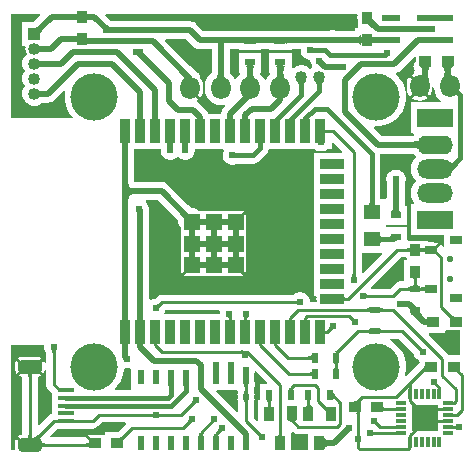
<source format=gtl>
G04*
G04 #@! TF.GenerationSoftware,Altium Limited,Altium Designer,21.0.8 (223)*
G04*
G04 Layer_Physical_Order=1*
G04 Layer_Color=255*
%FSLAX25Y25*%
%MOIN*%
G70*
G04*
G04 #@! TF.SameCoordinates,86129925-6DC0-4F64-9783-D3B182DB2879*
G04*
G04*
G04 #@! TF.FilePolarity,Positive*
G04*
G01*
G75*
%ADD13C,0.01000*%
%ADD47R,0.05500X0.05000*%
%ADD48R,0.03543X0.02362*%
%ADD49R,0.03740X0.03937*%
%ADD50C,0.04000*%
%ADD51R,0.05906X0.02362*%
%ADD52R,0.03937X0.03740*%
%ADD53R,0.05236X0.05236*%
%ADD54R,0.03543X0.07874*%
%ADD55R,0.07874X0.03543*%
%ADD56R,0.04000X0.02500*%
G04:AMPARAMS|DCode=57|XSize=31.5mil|YSize=13.78mil|CornerRadius=1.72mil|HoleSize=0mil|Usage=FLASHONLY|Rotation=90.000|XOffset=0mil|YOffset=0mil|HoleType=Round|Shape=RoundedRectangle|*
%AMROUNDEDRECTD57*
21,1,0.03150,0.01034,0,0,90.0*
21,1,0.02805,0.01378,0,0,90.0*
1,1,0.00345,0.00517,0.01403*
1,1,0.00345,0.00517,-0.01403*
1,1,0.00345,-0.00517,-0.01403*
1,1,0.00345,-0.00517,0.01403*
%
%ADD57ROUNDEDRECTD57*%
%ADD58R,0.09000X0.09000*%
G04:AMPARAMS|DCode=59|XSize=33.47mil|YSize=13.78mil|CornerRadius=1.72mil|HoleSize=0mil|Usage=FLASHONLY|Rotation=180.000|XOffset=0mil|YOffset=0mil|HoleType=Round|Shape=RoundedRectangle|*
%AMROUNDEDRECTD59*
21,1,0.03347,0.01034,0,0,180.0*
21,1,0.03002,0.01378,0,0,180.0*
1,1,0.00345,-0.01501,0.00517*
1,1,0.00345,0.01501,0.00517*
1,1,0.00345,0.01501,-0.00517*
1,1,0.00345,-0.01501,-0.00517*
%
%ADD59ROUNDEDRECTD59*%
%ADD60R,0.02362X0.03543*%
%ADD61R,0.03347X0.04724*%
%ADD62R,0.02362X0.04724*%
%ADD63R,0.05315X0.01575*%
%ADD64C,0.02000*%
%ADD65C,0.01500*%
%ADD66R,0.04000X0.04000*%
%ADD67O,0.06500X0.07500*%
%ADD68C,0.15748*%
%ADD69C,0.01181*%
%ADD70O,0.12000X0.06400*%
%ADD71O,0.12000X0.06200*%
%ADD72R,0.12000X0.06400*%
%ADD73C,0.02200*%
G04:AMPARAMS|DCode=74|XSize=78.74mil|YSize=47.24mil|CornerRadius=14.17mil|HoleSize=0mil|Usage=FLASHONLY|Rotation=0.000|XOffset=0mil|YOffset=0mil|HoleType=Round|Shape=RoundedRectangle|*
%AMROUNDEDRECTD74*
21,1,0.07874,0.01890,0,0,0.0*
21,1,0.05039,0.04724,0,0,0.0*
1,1,0.02835,0.02520,-0.00945*
1,1,0.02835,-0.02520,-0.00945*
1,1,0.02835,-0.02520,0.00945*
1,1,0.02835,0.02520,0.00945*
%
%ADD74ROUNDEDRECTD74*%
%ADD75C,0.02400*%
G36*
X68465Y193244D02*
X67144Y191923D01*
X67100Y191896D01*
X66360Y191209D01*
X66117Y191013D01*
X66098Y191000D01*
X65736D01*
X65660Y191015D01*
X65583Y191000D01*
X62500D01*
Y183000D01*
X63126D01*
X63204Y182963D01*
X63415Y182734D01*
X63528Y182500D01*
X63500Y182395D01*
Y182197D01*
X63474Y182000D01*
X63500Y181803D01*
Y181605D01*
X63551Y181413D01*
X63577Y181217D01*
X63653Y181034D01*
X63704Y180842D01*
X63804Y180670D01*
X63880Y180487D01*
X64044Y180201D01*
X63299Y179456D01*
X62773Y178544D01*
X62500Y177527D01*
Y176473D01*
X62773Y175456D01*
X63299Y174544D01*
X63343Y174500D01*
X63299Y174456D01*
X62773Y173544D01*
X62500Y172527D01*
Y171473D01*
X62773Y170456D01*
X63299Y169544D01*
X63343Y169500D01*
X63299Y169456D01*
X62773Y168544D01*
X62500Y167527D01*
Y166473D01*
X62773Y165456D01*
X63299Y164544D01*
X64044Y163799D01*
X64956Y163273D01*
X65973Y163000D01*
X67027D01*
X68044Y163273D01*
X68956Y163799D01*
X69131Y163974D01*
X71000D01*
X71783Y164077D01*
X72513Y164380D01*
X73140Y164860D01*
X76358Y168079D01*
X76799Y167843D01*
X76626Y166972D01*
Y165027D01*
X77005Y163120D01*
X77750Y161323D01*
X78830Y159706D01*
X79280Y159256D01*
X79089Y158794D01*
X58794D01*
Y193706D01*
X68273D01*
X68465Y193244D01*
D02*
G37*
G36*
X178938Y193160D02*
X178886Y192974D01*
X178890Y192760D01*
X178949Y192518D01*
X179064Y192249D01*
X179234Y191953D01*
X179460Y191629D01*
X179742Y191277D01*
X180472Y190491D01*
X179156Y188978D01*
X178740Y189380D01*
X177998Y190010D01*
X177671Y190239D01*
X177373Y190411D01*
X177105Y190524D01*
X176866Y190581D01*
X176657Y190579D01*
X176478Y190521D01*
X176328Y190404D01*
X179046Y193319D01*
X178938Y193160D01*
D02*
G37*
G36*
X69902Y188988D02*
X69505Y188577D01*
X68880Y187840D01*
X68653Y187514D01*
X68482Y187217D01*
X68368Y186949D01*
X68310Y186709D01*
X68309Y186497D01*
X68364Y186314D01*
X68476Y186160D01*
X65660Y188976D01*
X65814Y188864D01*
X65997Y188809D01*
X66209Y188810D01*
X66449Y188868D01*
X66717Y188982D01*
X67014Y189153D01*
X67340Y189380D01*
X67694Y189664D01*
X68488Y190402D01*
X69902Y188988D01*
D02*
G37*
G36*
X174291Y193206D02*
X174277Y193172D01*
X174174Y192389D01*
Y192349D01*
X174277Y191566D01*
X174329Y191438D01*
Y190735D01*
X174305Y190660D01*
X174316Y190496D01*
X174290Y190333D01*
X174329Y190164D01*
Y189380D01*
X174329D01*
X174240Y188917D01*
X173329D01*
Y187988D01*
X173290Y187987D01*
X173234Y187975D01*
X167190D01*
X167177Y187982D01*
X166363Y188200D01*
X165521D01*
X164707Y187982D01*
X164694Y187975D01*
X152326D01*
X152259Y187988D01*
X152243Y187985D01*
X152226Y187988D01*
X151428Y187975D01*
X145010D01*
X144873Y187984D01*
X144806Y187975D01*
X144740Y187988D01*
X144673Y187975D01*
X142226D01*
X142159Y187988D01*
X142143Y187985D01*
X142126Y187988D01*
X141328Y187975D01*
X134910D01*
X134773Y187984D01*
X134706Y187975D01*
X134640Y187988D01*
X134573Y187975D01*
X122804D01*
X120491Y190289D01*
X119864Y190770D01*
X119134Y191072D01*
X118351Y191175D01*
X104772D01*
Y191330D01*
X97228D01*
Y191175D01*
X94771D01*
Y191330D01*
X92098D01*
X90184Y193244D01*
X90375Y193706D01*
X174083D01*
X174291Y193206D01*
D02*
G37*
G36*
X152259Y183949D02*
X151879Y183944D01*
X150979Y183874D01*
X150759Y183832D01*
X150579Y183780D01*
X150439Y183719D01*
X150339Y183649D01*
X150279Y183569D01*
X150259Y183480D01*
Y185818D01*
X150279Y185843D01*
X150339Y185865D01*
X150439Y185885D01*
X150579Y185902D01*
X150979Y185928D01*
X152259Y185949D01*
Y183949D01*
D02*
G37*
G36*
X146740Y185818D02*
Y183480D01*
X146720Y183569D01*
X146660Y183649D01*
X146560Y183719D01*
X146420Y183780D01*
X146240Y183832D01*
X146020Y183874D01*
X145760Y183907D01*
X145120Y183944D01*
X144740Y183949D01*
Y185949D01*
X146740Y185818D01*
D02*
G37*
G36*
X142159Y183949D02*
X141779Y183944D01*
X140879Y183874D01*
X140659Y183832D01*
X140479Y183780D01*
X140339Y183719D01*
X140239Y183649D01*
X140179Y183569D01*
X140159Y183480D01*
Y185818D01*
X140179Y185843D01*
X140239Y185865D01*
X140339Y185885D01*
X140479Y185902D01*
X140879Y185928D01*
X142159Y185949D01*
Y183949D01*
D02*
G37*
G36*
X136640Y185818D02*
Y183480D01*
X136620Y183569D01*
X136560Y183649D01*
X136460Y183719D01*
X136320Y183780D01*
X136140Y183832D01*
X135920Y183874D01*
X135660Y183907D01*
X135020Y183944D01*
X134640Y183949D01*
Y185949D01*
X136640Y185818D01*
D02*
G37*
G36*
X175341Y182992D02*
X175321Y183174D01*
X175261Y183337D01*
X175162Y183480D01*
X175022Y183605D01*
X174841Y183710D01*
X174621Y183796D01*
X174362Y183863D01*
X174062Y183911D01*
X173722Y183939D01*
X173342Y183949D01*
Y185949D01*
X173722Y185958D01*
X174062Y185987D01*
X174362Y186035D01*
X174621Y186102D01*
X174841Y186188D01*
X175022Y186293D01*
X175162Y186417D01*
X175261Y186561D01*
X175321Y186724D01*
X175341Y186905D01*
Y182992D01*
D02*
G37*
G36*
X155300Y181921D02*
Y181079D01*
X155518Y180265D01*
X155939Y179535D01*
X156535Y178939D01*
X157265Y178518D01*
X158079Y178300D01*
X158211D01*
X158474Y178000D01*
X158577Y177217D01*
X158879Y176487D01*
X159134Y176155D01*
X159044Y175701D01*
X158500Y175157D01*
X157956Y175701D01*
X157044Y176227D01*
X156027Y176500D01*
X154973D01*
X153956Y176227D01*
X153044Y175701D01*
X152772Y175428D01*
X152272Y175636D01*
Y176194D01*
X152299Y176331D01*
X152272Y176468D01*
Y176477D01*
X152279Y176611D01*
X152272Y176634D01*
Y180681D01*
X144728D01*
Y176634D01*
X144720Y176611D01*
X144728Y176477D01*
Y176468D01*
X144701Y176331D01*
X144728Y176194D01*
Y174319D01*
X144728D01*
X145134Y173874D01*
X145109Y173516D01*
X144756Y173244D01*
X143914Y172148D01*
X143700Y171631D01*
X143200D01*
X142986Y172148D01*
X142144Y173244D01*
X141838Y173479D01*
X141798Y173868D01*
X142172Y174319D01*
X142172D01*
Y176194D01*
X142199Y176331D01*
X142172Y176468D01*
Y176477D01*
X142180Y176611D01*
X142172Y176634D01*
Y180681D01*
X134628D01*
Y176634D01*
X134620Y176611D01*
X134628Y176477D01*
Y176468D01*
X134601Y176331D01*
X134628Y176194D01*
Y174319D01*
X134628D01*
X135034Y173874D01*
X135009Y173516D01*
X134656Y173244D01*
X133814Y172148D01*
X133750Y171993D01*
X133250D01*
X133186Y172148D01*
X132344Y173244D01*
X131693Y173744D01*
X131647Y174217D01*
X131639Y174622D01*
X131626Y174681D01*
Y181923D01*
X134553D01*
X134615Y181910D01*
X134628Y181910D01*
Y181468D01*
X136503D01*
X136640Y181441D01*
X136776Y181468D01*
X140023D01*
X140159Y181441D01*
X140296Y181468D01*
X142171D01*
Y181910D01*
X142184Y181910D01*
X142246Y181923D01*
X144653D01*
X144715Y181910D01*
X144728Y181910D01*
Y181468D01*
X146603D01*
X146740Y181441D01*
X146877Y181468D01*
X150122D01*
X150259Y181441D01*
X150396Y181468D01*
X152271D01*
Y181910D01*
X152284Y181910D01*
X152346Y181923D01*
X155299D01*
X155300Y181921D01*
D02*
G37*
G36*
X198575Y176122D02*
X198412Y176062D01*
X198269Y175962D01*
X198144Y175822D01*
X198039Y175642D01*
X197953Y175422D01*
X197886Y175162D01*
X197838Y174862D01*
X197810Y174522D01*
X197800Y174142D01*
X196962D01*
X197800Y173443D01*
X197906Y171245D01*
X194801Y173232D01*
X194991Y173136D01*
X195161Y173102D01*
X195311Y173133D01*
X195440Y173226D01*
X195550Y173382D01*
X195640Y173601D01*
X195710Y173884D01*
X195760Y174230D01*
X195786Y174579D01*
X195762Y174862D01*
X195714Y175162D01*
X195647Y175422D01*
X195561Y175642D01*
X195456Y175822D01*
X195331Y175962D01*
X195188Y176062D01*
X195025Y176122D01*
X194843Y176142D01*
X198757D01*
X198575Y176122D01*
D02*
G37*
G36*
X150115Y176311D02*
X149986Y176251D01*
X149872Y176151D01*
X149774Y176011D01*
X149690Y175831D01*
X149621Y175611D01*
X149568Y175351D01*
X149530Y175051D01*
X149508Y174711D01*
X149503Y174457D01*
X149510Y174097D01*
X149589Y173284D01*
X149659Y172953D01*
X149748Y172674D01*
X149857Y172445D01*
X149986Y172267D01*
X150135Y172140D01*
X150304Y172064D01*
X150492Y172038D01*
X146508D01*
X146696Y172064D01*
X146865Y172140D01*
X147014Y172267D01*
X147143Y172445D01*
X147252Y172674D01*
X147341Y172953D01*
X147411Y173284D01*
X147460Y173665D01*
X147490Y174097D01*
X147497Y174457D01*
X147492Y174711D01*
X147432Y175351D01*
X147379Y175611D01*
X147310Y175831D01*
X147227Y176011D01*
X147128Y176151D01*
X147014Y176251D01*
X146885Y176311D01*
X146740Y176331D01*
X150260D01*
X150115Y176311D01*
D02*
G37*
G36*
X140015D02*
X139886Y176251D01*
X139772Y176151D01*
X139673Y176011D01*
X139590Y175831D01*
X139522Y175611D01*
X139468Y175351D01*
X139430Y175051D01*
X139408Y174711D01*
X139402Y174457D01*
X139410Y174097D01*
X139489Y173284D01*
X139559Y172953D01*
X139648Y172674D01*
X139757Y172445D01*
X139886Y172267D01*
X140035Y172140D01*
X140204Y172064D01*
X140392Y172038D01*
X136408D01*
X136596Y172064D01*
X136765Y172140D01*
X136914Y172267D01*
X137043Y172445D01*
X137152Y172674D01*
X137241Y172953D01*
X137311Y173284D01*
X137360Y173665D01*
X137390Y174097D01*
X137398Y174457D01*
X137392Y174711D01*
X137332Y175351D01*
X137278Y175611D01*
X137210Y175831D01*
X137127Y176011D01*
X137028Y176151D01*
X136914Y176251D01*
X136785Y176311D01*
X136640Y176331D01*
X140160D01*
X140015Y176311D01*
D02*
G37*
G36*
X129610Y174097D02*
X129689Y173284D01*
X129759Y172953D01*
X129848Y172674D01*
X129957Y172445D01*
X130086Y172267D01*
X130235Y172140D01*
X130404Y172064D01*
X130592Y172038D01*
X126608D01*
X126796Y172064D01*
X126965Y172140D01*
X127114Y172267D01*
X127243Y172445D01*
X127352Y172674D01*
X127441Y172953D01*
X127511Y173284D01*
X127560Y173665D01*
X127590Y174097D01*
X127600Y174580D01*
X129600D01*
X129610Y174097D01*
D02*
G37*
G36*
X205975Y176122D02*
X205812Y176062D01*
X205669Y175962D01*
X205544Y175822D01*
X205439Y175642D01*
X205353Y175422D01*
X205286Y175162D01*
X205238Y174862D01*
X205221Y174652D01*
X205290Y173970D01*
X205359Y173662D01*
X205449Y173411D01*
X205559Y173217D01*
X205688Y173080D01*
X205838Y172999D01*
X206007Y172975D01*
X206196Y173008D01*
X202295Y171808D01*
X202467Y172035D01*
X202621Y172277D01*
X202756Y172532D01*
X202874Y172801D01*
X202974Y173085D01*
X203055Y173382D01*
X203118Y173693D01*
X203164Y174018D01*
X203191Y174357D01*
X203193Y174428D01*
X203190Y174522D01*
X203162Y174862D01*
X203114Y175162D01*
X203047Y175422D01*
X202961Y175642D01*
X202856Y175822D01*
X202731Y175962D01*
X202588Y176062D01*
X202425Y176122D01*
X202243Y176142D01*
X206156D01*
X205975Y176122D01*
D02*
G37*
G36*
X117528Y174390D02*
X119485Y172645D01*
X119632Y172555D01*
X119745Y172506D01*
X116060Y171613D01*
X116259Y171683D01*
X116398Y171784D01*
X116479Y171915D01*
X116501Y172077D01*
X116464Y172269D01*
X116369Y172491D01*
X116215Y172744D01*
X116002Y173027D01*
X115731Y173341D01*
X115401Y173685D01*
X117115Y174799D01*
X117528Y174390D01*
D02*
G37*
G36*
X193832Y179399D02*
Y178436D01*
X193774Y178000D01*
Y177840D01*
X193568Y177733D01*
X193495Y177647D01*
X193402Y177584D01*
X193242Y177344D01*
X193056Y177124D01*
X193022Y177016D01*
X192959Y176922D01*
X192903Y176640D01*
X192817Y176365D01*
X192826Y176253D01*
X192804Y176142D01*
X192860Y175859D01*
X192885Y175572D01*
X192938Y175472D01*
X192959Y175362D01*
X193120Y175122D01*
X193253Y174866D01*
X193129Y174383D01*
X193089Y174337D01*
X193084Y174331D01*
X193046Y174235D01*
X192983Y174154D01*
X192902Y173867D01*
X192858Y173754D01*
X192757Y173712D01*
X192269Y173338D01*
X195254Y170353D01*
X194546Y169647D01*
X191562Y172631D01*
X191188Y172143D01*
X190759Y171109D01*
X190613Y170000D01*
Y169000D01*
X190759Y167891D01*
X191188Y166857D01*
X191562Y166369D01*
X194546Y169353D01*
X194900Y169000D01*
X195254Y169353D01*
X198238Y166369D01*
X198612Y166857D01*
X199041Y167891D01*
X199187Y169000D01*
Y169084D01*
X199205Y169097D01*
X199390Y169061D01*
X199724Y168854D01*
X199885Y167630D01*
X200414Y166352D01*
X201256Y165256D01*
X201980Y164700D01*
X201810Y164200D01*
X192000D01*
Y153800D01*
X192624D01*
X192907Y153300D01*
X192768Y153068D01*
X192548Y153047D01*
X192135Y153039D01*
X192077Y153026D01*
X182253D01*
X179653Y155626D01*
X179860Y156126D01*
X181473D01*
X183380Y156505D01*
X185177Y157250D01*
X186794Y158330D01*
X188170Y159706D01*
X189250Y161323D01*
X189995Y163120D01*
X190374Y165027D01*
Y166972D01*
X189995Y168880D01*
X189250Y170677D01*
X188170Y172294D01*
X186937Y173527D01*
X187075Y174028D01*
X187094Y174052D01*
X187283Y174077D01*
X188013Y174380D01*
X188640Y174860D01*
X193370Y179590D01*
X193832Y179399D01*
D02*
G37*
G36*
X162857Y171004D02*
X162730Y170824D01*
X162618Y170637D01*
X162520Y170444D01*
X162437Y170244D01*
X162370Y170038D01*
X162318Y169825D01*
X162280Y169605D01*
X162258Y169379D01*
X162250Y169146D01*
X160750D01*
X160742Y169379D01*
X160720Y169605D01*
X160682Y169825D01*
X160630Y170038D01*
X160563Y170244D01*
X160480Y170444D01*
X160382Y170637D01*
X160270Y170824D01*
X160143Y171004D01*
X160000Y171177D01*
X163000D01*
X162857Y171004D01*
D02*
G37*
G36*
X156858D02*
X156730Y170824D01*
X156617Y170637D01*
X156520Y170444D01*
X156438Y170244D01*
X156370Y170038D01*
X156317Y169825D01*
X156280Y169605D01*
X156257Y169379D01*
X156250Y169146D01*
X154750D01*
X154743Y169379D01*
X154720Y169605D01*
X154683Y169825D01*
X154630Y170038D01*
X154562Y170244D01*
X154480Y170444D01*
X154383Y170637D01*
X154270Y170824D01*
X154142Y171004D01*
X154000Y171177D01*
X157000D01*
X156858Y171004D01*
D02*
G37*
G36*
X119412Y182809D02*
X119412Y182809D01*
X120038Y182328D01*
X120768Y182026D01*
X121551Y181923D01*
X121551Y181923D01*
X125574D01*
Y174681D01*
X125561Y174622D01*
X125552Y174188D01*
X125530Y173867D01*
X125515Y173750D01*
X124856Y173244D01*
X124014Y172148D01*
X123485Y170870D01*
X123305Y169500D01*
Y168500D01*
X123485Y167130D01*
X124014Y165852D01*
X124856Y164756D01*
X125952Y163914D01*
X127229Y163385D01*
X128600Y163205D01*
X129888Y163374D01*
X130212Y162991D01*
X129652Y162431D01*
X129171Y161804D01*
X128869Y161074D01*
X128780Y160402D01*
X124544D01*
X124412Y160722D01*
X123931Y161348D01*
X123931Y161348D01*
X121640Y163640D01*
X121013Y164120D01*
X120676Y164260D01*
X120649Y164691D01*
X120666Y164805D01*
X121131Y165162D01*
X118147Y168147D01*
X118853Y168853D01*
X121838Y165869D01*
X122212Y166357D01*
X122641Y167391D01*
X122787Y168500D01*
Y169500D01*
X122641Y170609D01*
X122212Y171643D01*
X121758Y172235D01*
X121754Y172332D01*
X121784Y172470D01*
X121738Y172726D01*
X121727Y172986D01*
X121668Y173114D01*
X121643Y173253D01*
X121502Y173472D01*
X121392Y173708D01*
X121289Y173804D01*
X121213Y173922D01*
X120999Y174071D01*
X120807Y174247D01*
X120714Y174281D01*
X118925Y175876D01*
X118551Y176247D01*
X118495Y176284D01*
X110118Y184661D01*
X110309Y185123D01*
X117097D01*
X119412Y182809D01*
D02*
G37*
G36*
X163561Y155370D02*
X163591Y155285D01*
X163641Y155210D01*
X163711Y155145D01*
X163801Y155090D01*
X163911Y155045D01*
X164041Y155010D01*
X164191Y154985D01*
X164361Y154970D01*
X164551Y154965D01*
Y153965D01*
X164361Y153960D01*
X164191Y153945D01*
X164041Y153920D01*
X163911Y153885D01*
X163801Y153840D01*
X163711Y153785D01*
X163641Y153720D01*
X163591Y153645D01*
X163561Y153560D01*
X163551Y153465D01*
Y155465D01*
X163561Y155370D01*
D02*
G37*
G36*
X162503Y152690D02*
X162514Y152574D01*
X162531Y152464D01*
X162554Y152360D01*
X162585Y152262D01*
X162622Y152170D01*
X162667Y152083D01*
X162718Y152002D01*
X162775Y151927D01*
X162840Y151857D01*
X161160D01*
X161225Y151927D01*
X161282Y152002D01*
X161333Y152083D01*
X161378Y152170D01*
X161415Y152262D01*
X161446Y152360D01*
X161469Y152464D01*
X161486Y152574D01*
X161497Y152690D01*
X161500Y152811D01*
X162500D01*
X162503Y152690D01*
D02*
G37*
G36*
X194756Y148008D02*
X194730Y148196D01*
X194653Y148365D01*
X194524Y148514D01*
X194343Y148643D01*
X194111Y148752D01*
X193827Y148841D01*
X193492Y148911D01*
X193105Y148960D01*
X192666Y148990D01*
X192176Y149000D01*
Y151000D01*
X192666Y151010D01*
X193492Y151089D01*
X193827Y151159D01*
X194111Y151248D01*
X194343Y151357D01*
X194524Y151486D01*
X194653Y151635D01*
X194730Y151804D01*
X194756Y151992D01*
Y148008D01*
D02*
G37*
G36*
X169162Y147734D02*
X168970Y147272D01*
X159791D01*
Y139728D01*
Y134728D01*
Y129728D01*
Y124728D01*
Y119728D01*
Y114728D01*
Y109728D01*
Y104728D01*
Y99728D01*
X160224D01*
X160282Y99694D01*
X160596Y99228D01*
X160451Y98500D01*
X160563Y97935D01*
X160246Y97549D01*
X158200D01*
Y98121D01*
X157982Y98935D01*
X157561Y99665D01*
X156965Y100261D01*
X156235Y100682D01*
X155421Y100900D01*
X154579D01*
X153765Y100682D01*
X153035Y100261D01*
X152823Y100049D01*
X109000D01*
X108025Y99855D01*
X107198Y99302D01*
X106595Y98700D01*
X106579D01*
X105765Y98482D01*
X105317Y98224D01*
X104817Y98512D01*
Y128209D01*
X104817Y128209D01*
X104714Y128992D01*
X104621Y129218D01*
X104482Y129735D01*
X104061Y130465D01*
X103551Y130974D01*
X103674Y131474D01*
X107629D01*
X113553Y125549D01*
X113580Y125505D01*
X114268Y124766D01*
X114463Y124522D01*
X114514Y124450D01*
X114508Y124300D01*
X114461Y124065D01*
X114493Y123906D01*
X114487Y123743D01*
X114570Y123519D01*
X114616Y123285D01*
X114707Y123150D01*
X114763Y122997D01*
X114926Y122822D01*
X115059Y122623D01*
X115193Y122533D01*
X115304Y122414D01*
X115476Y122335D01*
Y120669D01*
Y113445D01*
Y106928D01*
X118741Y110192D01*
X119448Y109485D01*
X116183Y106220D01*
X136454D01*
X133190Y109485D01*
X133897Y110192D01*
X137161Y106928D01*
Y113445D01*
Y120669D01*
Y127198D01*
X133897Y123934D01*
X133190Y124641D01*
X136454Y127905D01*
X121047D01*
X120968Y128078D01*
X120849Y128188D01*
X120759Y128323D01*
X120560Y128456D01*
X120385Y128619D01*
X120232Y128675D01*
X120097Y128765D01*
X119863Y128812D01*
X119638Y128895D01*
X119476Y128889D01*
X119317Y128921D01*
X119082Y128874D01*
X118932Y128868D01*
X118882Y128903D01*
X118269Y129423D01*
X117905Y129774D01*
X117854Y129807D01*
X111021Y136640D01*
X110395Y137120D01*
X109665Y137423D01*
X108882Y137526D01*
X99940D01*
X99898Y137536D01*
X99831Y137540D01*
X99828Y137607D01*
X99817Y137648D01*
Y148528D01*
X108591D01*
Y147822D01*
X108809Y147008D01*
X109231Y146278D01*
X109827Y145682D01*
X110556Y145261D01*
X111370Y145043D01*
X112213D01*
X113026Y145261D01*
X113756Y145682D01*
X114288Y146214D01*
X114820Y145682D01*
X115550Y145261D01*
X116363Y145043D01*
X117206D01*
X118020Y145261D01*
X118749Y145682D01*
X119345Y146278D01*
X119767Y147008D01*
X119985Y147822D01*
Y148528D01*
X129398D01*
X129687Y148028D01*
X129518Y147735D01*
X129300Y146921D01*
Y146079D01*
X129518Y145265D01*
X129939Y144535D01*
X130535Y143939D01*
X131265Y143518D01*
X132079Y143300D01*
X132921D01*
X133735Y143518D01*
X134065Y143709D01*
X134092Y143710D01*
X134170Y143711D01*
X134245Y143726D01*
X139500D01*
X140218Y143821D01*
X140887Y144098D01*
X141461Y144539D01*
X143753Y146830D01*
X144193Y147405D01*
X144471Y148073D01*
X144530Y148528D01*
X159947D01*
X160035Y148439D01*
X160765Y148018D01*
X161579Y147800D01*
X162421D01*
X163235Y148018D01*
X163965Y148439D01*
X164053Y148528D01*
X165563D01*
Y150679D01*
X166025Y150870D01*
X169162Y147734D01*
D02*
G37*
G36*
X133381Y147323D02*
X133417Y147308D01*
X133466Y147294D01*
X133527Y147282D01*
X133601Y147273D01*
X133786Y147258D01*
X134157Y147250D01*
Y145750D01*
X134021Y145749D01*
X133527Y145718D01*
X133466Y145706D01*
X133417Y145692D01*
X133381Y145677D01*
X133357Y145660D01*
Y147340D01*
X133381Y147323D01*
D02*
G37*
G36*
X207058Y142997D02*
X206884Y142814D01*
X206565Y142421D01*
X206420Y142212D01*
X206161Y141767D01*
X206046Y141532D01*
X205845Y141035D01*
X205760Y140774D01*
X205091Y144214D01*
X205138Y144059D01*
X205207Y143948D01*
X205301Y143882D01*
X205418Y143861D01*
X205558Y143884D01*
X205722Y143953D01*
X205910Y144066D01*
X206121Y144224D01*
X206355Y144426D01*
X206613Y144674D01*
X207058Y142997D01*
D02*
G37*
G36*
X97811Y137120D02*
X97871Y136780D01*
X97971Y136480D01*
X98111Y136220D01*
X98291Y136000D01*
X98511Y135820D01*
X98771Y135680D01*
X99071Y135580D01*
X99411Y135520D01*
X99791Y135500D01*
Y133500D01*
X99411Y133480D01*
X99071Y133420D01*
X98771Y133320D01*
X98511Y133180D01*
X98291Y133000D01*
X98111Y132780D01*
X97971Y132520D01*
X97871Y132220D01*
X97811Y131880D01*
X97791Y131500D01*
X95791Y134500D01*
X97791Y137500D01*
X97811Y137120D01*
D02*
G37*
G36*
X179757Y131201D02*
X179780Y130944D01*
X179817Y130717D01*
X179870Y130520D01*
X179938Y130354D01*
X180020Y130218D01*
X180117Y130112D01*
X180230Y130036D01*
X180358Y129991D01*
X180500Y129976D01*
X177500D01*
X177643Y129991D01*
X177770Y130036D01*
X177883Y130112D01*
X177980Y130218D01*
X178062Y130354D01*
X178130Y130520D01*
X178182Y130717D01*
X178220Y130944D01*
X178243Y131201D01*
X178250Y131488D01*
X179750D01*
X179757Y131201D01*
D02*
G37*
G36*
X188008Y129289D02*
X188068Y128649D01*
X188121Y128389D01*
X188190Y128169D01*
X188274Y127989D01*
X188372Y127849D01*
X188486Y127749D01*
X188615Y127689D01*
X188760Y127669D01*
X185240D01*
X185385Y127689D01*
X185514Y127749D01*
X185628Y127849D01*
X185726Y127989D01*
X185810Y128169D01*
X185879Y128389D01*
X185932Y128649D01*
X185970Y128949D01*
X185992Y129289D01*
X186000Y129669D01*
X188000D01*
X188008Y129289D01*
D02*
G37*
G36*
X130949Y123281D02*
X130939Y123283D01*
X130909Y123284D01*
X129931Y123287D01*
X128925Y123281D01*
Y125294D01*
X128935Y125292D01*
X128965Y125291D01*
X129931Y125287D01*
X130949Y125294D01*
Y123281D01*
D02*
G37*
G36*
X123725D02*
X123715Y123283D01*
X123684Y123284D01*
X122707Y123287D01*
X121701Y123281D01*
Y125294D01*
X121711Y125292D01*
X121741Y125291D01*
X122707Y125287D01*
X123725Y125294D01*
Y123281D01*
D02*
G37*
G36*
X116900Y127910D02*
X117636Y127286D01*
X117962Y127058D01*
X118259Y126888D01*
X118528Y126773D01*
X118768Y126715D01*
X118979Y126714D01*
X119162Y126770D01*
X119317Y126882D01*
X116500Y124065D01*
X116612Y124220D01*
X116668Y124403D01*
X116666Y124614D01*
X116609Y124854D01*
X116494Y125123D01*
X116323Y125420D01*
X116096Y125745D01*
X115812Y126100D01*
X115074Y126893D01*
X116488Y128308D01*
X116900Y127910D01*
D02*
G37*
G36*
X134548Y121683D02*
X134547Y121653D01*
X134543Y120675D01*
X134549Y119657D01*
X132537D01*
X132538Y119667D01*
X132539Y119698D01*
X132543Y120675D01*
X132537Y121693D01*
X134549D01*
X134548Y121683D01*
D02*
G37*
G36*
X127324D02*
X127323Y121653D01*
X127319Y120675D01*
X127325Y119657D01*
X125313D01*
X125314Y119667D01*
X125315Y119698D01*
X125319Y120675D01*
X125313Y121693D01*
X127325D01*
X127324Y121683D01*
D02*
G37*
G36*
X120099D02*
X120098Y121653D01*
X120095Y120675D01*
X120101Y119657D01*
X118088D01*
X118090Y119667D01*
X118091Y119698D01*
X118095Y120675D01*
X118088Y121693D01*
X120101D01*
X120099Y121683D01*
D02*
G37*
G36*
X130949Y116057D02*
X130939Y116058D01*
X130909Y116059D01*
X129931Y116063D01*
X128925Y116057D01*
Y118069D01*
X128935Y118068D01*
X128965Y118067D01*
X129931Y118063D01*
X130949Y118069D01*
Y116057D01*
D02*
G37*
G36*
X123725D02*
X123715Y116058D01*
X123684Y116059D01*
X122707Y116063D01*
X121701Y116057D01*
Y118069D01*
X121711Y118068D01*
X121741Y118067D01*
X122707Y118063D01*
X123725Y118069D01*
Y116057D01*
D02*
G37*
G36*
X185241Y118182D02*
X185226Y118100D01*
X185181Y118026D01*
X185106Y117962D01*
X185001Y117905D01*
X184866Y117858D01*
X184701Y117819D01*
X184506Y117789D01*
X184281Y117767D01*
X183741Y117750D01*
Y119250D01*
X184026Y119257D01*
X184281Y119280D01*
X184506Y119317D01*
X184701Y119370D01*
X184866Y119438D01*
X185001Y119520D01*
X185106Y119617D01*
X185181Y119730D01*
X185226Y119858D01*
X185241Y120000D01*
Y118182D01*
D02*
G37*
G36*
X181753Y119858D02*
X181798Y119730D01*
X181873Y119617D01*
X181978Y119520D01*
X182113Y119438D01*
X182278Y119370D01*
X182473Y119317D01*
X182698Y119280D01*
X182953Y119257D01*
X183238Y119250D01*
Y117750D01*
X182953Y117743D01*
X182698Y117720D01*
X182473Y117683D01*
X182278Y117630D01*
X182113Y117562D01*
X181978Y117480D01*
X181873Y117383D01*
X181798Y117270D01*
X181753Y117142D01*
X181738Y117000D01*
Y120000D01*
X181753Y119858D01*
D02*
G37*
G36*
X192135Y146961D02*
X192577Y146952D01*
X192906Y146930D01*
X193041Y146913D01*
X193463Y146363D01*
X193577Y146275D01*
Y145775D01*
X193491Y145709D01*
X192658Y144622D01*
X192134Y143358D01*
X191955Y142000D01*
X192134Y140642D01*
X192658Y139378D01*
X193468Y138321D01*
X193545Y138172D01*
Y137828D01*
X193468Y137679D01*
X192658Y136622D01*
X192134Y135357D01*
X191955Y134000D01*
X192134Y132642D01*
X192658Y131378D01*
X193178Y130700D01*
X192931Y130200D01*
X192000D01*
Y119800D01*
X203100D01*
Y115904D01*
X202600Y115806D01*
X202586Y115839D01*
X202531Y116073D01*
X202437Y116204D01*
X202376Y116353D01*
X202206Y116524D01*
X202066Y116719D01*
X201948Y116791D01*
X199803Y114646D01*
X199097Y115354D01*
X200993Y117250D01*
X200690D01*
X200614Y117262D01*
X200476Y117355D01*
X199500Y117549D01*
X198006D01*
X197924Y117604D01*
X197699Y117791D01*
X197595Y117823D01*
X197504Y117884D01*
X197218Y117941D01*
X196940Y118028D01*
X196831Y118018D01*
X196724Y118039D01*
X196438Y117982D01*
X196285Y117968D01*
X195784D01*
X195632Y117982D01*
X195346Y118039D01*
X195239Y118018D01*
X195130Y118028D01*
X194940Y117968D01*
X192060D01*
X191870Y118028D01*
X191761Y118018D01*
X191654Y118039D01*
X191368Y117982D01*
X191272Y117974D01*
X190772Y118098D01*
Y122532D01*
X183750D01*
Y123319D01*
X190772D01*
Y127367D01*
X190779Y127390D01*
X190772Y127524D01*
Y127533D01*
X190799Y127669D01*
X190772Y127806D01*
Y129681D01*
X190039D01*
X190039Y129710D01*
X190026Y129769D01*
Y137429D01*
X190200Y138079D01*
Y138921D01*
X189982Y139735D01*
X189561Y140465D01*
X188965Y141061D01*
X188235Y141482D01*
X187421Y141700D01*
X186579D01*
X185765Y141482D01*
X185035Y141061D01*
X184439Y140465D01*
X184018Y139735D01*
X183800Y138921D01*
Y138079D01*
X183974Y137429D01*
Y132407D01*
X183750Y132000D01*
X181774D01*
Y146974D01*
X192077D01*
X192135Y146961D01*
D02*
G37*
G36*
X196724Y114000D02*
X196714Y114095D01*
X196684Y114180D01*
X196633Y114255D01*
X196562Y114320D01*
X196471Y114375D01*
X196360Y114420D01*
X196228Y114455D01*
X196076Y114480D01*
X196035Y114484D01*
X195994Y114480D01*
X195842Y114455D01*
X195710Y114420D01*
X195599Y114375D01*
X195508Y114320D01*
X195437Y114255D01*
X195387Y114180D01*
X195356Y114095D01*
X195346Y114000D01*
Y116000D01*
X195356Y115905D01*
X195387Y115820D01*
X195437Y115745D01*
X195508Y115680D01*
X195599Y115625D01*
X195710Y115580D01*
X195842Y115545D01*
X195994Y115520D01*
X196035Y115516D01*
X196076Y115520D01*
X196228Y115545D01*
X196360Y115580D01*
X196471Y115625D01*
X196562Y115680D01*
X196633Y115745D01*
X196684Y115820D01*
X196714Y115905D01*
X196724Y116000D01*
Y114000D01*
D02*
G37*
G36*
X194427Y115775D02*
X194502Y115718D01*
X194583Y115667D01*
X194670Y115622D01*
X194762Y115585D01*
X194860Y115554D01*
X194964Y115531D01*
X195074Y115514D01*
X195190Y115503D01*
X195311Y115500D01*
Y114500D01*
X195190Y114497D01*
X195074Y114486D01*
X194964Y114469D01*
X194860Y114446D01*
X194762Y114415D01*
X194670Y114378D01*
X194583Y114333D01*
X194502Y114282D01*
X194427Y114225D01*
X194357Y114160D01*
Y115840D01*
X194427Y115775D01*
D02*
G37*
G36*
X192643Y114160D02*
X192573Y114225D01*
X192498Y114282D01*
X192417Y114333D01*
X192330Y114378D01*
X192238Y114415D01*
X192140Y114446D01*
X192036Y114469D01*
X191926Y114486D01*
X191810Y114497D01*
X191689Y114500D01*
Y115500D01*
X191810Y115503D01*
X191926Y115514D01*
X192036Y115531D01*
X192140Y115554D01*
X192238Y115585D01*
X192330Y115622D01*
X192417Y115667D01*
X192498Y115718D01*
X192573Y115775D01*
X192643Y115840D01*
Y114160D01*
D02*
G37*
G36*
X191654Y114000D02*
X191644Y114095D01*
X191613Y114180D01*
X191563Y114255D01*
X191492Y114320D01*
X191401Y114375D01*
X191290Y114420D01*
X191158Y114455D01*
X191006Y114480D01*
X190834Y114495D01*
X190642Y114500D01*
Y115500D01*
X190834Y115505D01*
X191006Y115520D01*
X191158Y115545D01*
X191290Y115580D01*
X191401Y115625D01*
X191492Y115680D01*
X191563Y115745D01*
X191613Y115820D01*
X191644Y115905D01*
X191654Y116000D01*
Y114000D01*
D02*
G37*
G36*
X200623Y115147D02*
X200598Y115055D01*
X200600Y114948D01*
X200630Y114827D01*
X200688Y114693D01*
X200774Y114544D01*
X200888Y114382D01*
X201029Y114206D01*
X201395Y113812D01*
X200738Y113055D01*
X200530Y113256D01*
X200157Y113573D01*
X199994Y113688D01*
X199845Y113774D01*
X199711Y113832D01*
X199592Y113860D01*
X199488Y113860D01*
X199398Y113832D01*
X199324Y113774D01*
X200676Y115226D01*
X200623Y115147D01*
D02*
G37*
G36*
X134548Y114459D02*
X134547Y114428D01*
X134543Y113451D01*
X134549Y112433D01*
X132537D01*
X132538Y112443D01*
X132539Y112473D01*
X132543Y113451D01*
X132537Y114469D01*
X134549D01*
X134548Y114459D01*
D02*
G37*
G36*
X127324D02*
X127323Y114428D01*
X127319Y113451D01*
X127325Y112433D01*
X125313D01*
X125314Y112443D01*
X125315Y112473D01*
X125319Y113451D01*
X125313Y114469D01*
X127325D01*
X127324Y114459D01*
D02*
G37*
G36*
X120099D02*
X120098Y114428D01*
X120095Y113451D01*
X120101Y112433D01*
X118088D01*
X118090Y112443D01*
X118091Y112473D01*
X118095Y113451D01*
X118088Y114469D01*
X120101D01*
X120099Y114459D01*
D02*
G37*
G36*
X130949Y108833D02*
X130939Y108834D01*
X130909Y108835D01*
X129931Y108839D01*
X128925Y108833D01*
Y110845D01*
X128935Y110844D01*
X128965Y110843D01*
X129931Y110839D01*
X130949Y110845D01*
Y108833D01*
D02*
G37*
G36*
X123725D02*
X123715Y108834D01*
X123684Y108835D01*
X122707Y108839D01*
X121701Y108833D01*
Y110845D01*
X121711Y110844D01*
X121741Y110843D01*
X122707Y110839D01*
X123725Y110845D01*
Y108833D01*
D02*
G37*
G36*
X182433Y113538D02*
X176049Y107154D01*
X175549Y107361D01*
Y114000D01*
X182242D01*
X182433Y113538D01*
D02*
G37*
G36*
X173503Y106690D02*
X173514Y106574D01*
X173531Y106464D01*
X173554Y106360D01*
X173585Y106262D01*
X173622Y106170D01*
X173667Y106083D01*
X173718Y106002D01*
X173775Y105927D01*
X173840Y105857D01*
X172160D01*
X172225Y105927D01*
X172282Y106002D01*
X172333Y106083D01*
X172378Y106170D01*
X172415Y106262D01*
X172446Y106360D01*
X172469Y106464D01*
X172486Y106574D01*
X172497Y106690D01*
X172500Y106811D01*
X173500D01*
X173503Y106690D01*
D02*
G37*
G36*
X194405Y105645D02*
X194320Y105615D01*
X194245Y105564D01*
X194180Y105494D01*
X194125Y105403D01*
X194080Y105291D01*
X194045Y105160D01*
X194020Y105008D01*
X194005Y104836D01*
X194000Y104643D01*
X193000D01*
X192995Y104836D01*
X192980Y105008D01*
X192955Y105160D01*
X192920Y105291D01*
X192875Y105403D01*
X192820Y105494D01*
X192755Y105564D01*
X192680Y105615D01*
X192595Y105645D01*
X192500Y105656D01*
X194500D01*
X194405Y105645D01*
D02*
G37*
G36*
X194005Y103877D02*
X194020Y103705D01*
X194045Y103553D01*
X194080Y103421D01*
X194125Y103310D01*
X194180Y103219D01*
X194245Y103148D01*
X194320Y103098D01*
X194405Y103067D01*
X194500Y103057D01*
X192500D01*
X192595Y103067D01*
X192680Y103098D01*
X192755Y103148D01*
X192820Y103219D01*
X192875Y103310D01*
X192920Y103421D01*
X192955Y103553D01*
X192980Y103705D01*
X192995Y103877D01*
X193000Y104069D01*
X194000D01*
X194005Y103877D01*
D02*
G37*
G36*
X196724Y100900D02*
X196714Y100995D01*
X196684Y101080D01*
X196633Y101155D01*
X196562Y101220D01*
X196471Y101275D01*
X196360Y101320D01*
X196228Y101355D01*
X196076Y101380D01*
X195986Y101388D01*
X195895Y101380D01*
X195744Y101355D01*
X195612Y101320D01*
X195501Y101275D01*
X195410Y101220D01*
X195339Y101155D01*
X195288Y101080D01*
X195258Y100995D01*
X195248Y100900D01*
Y102900D01*
X195258Y102805D01*
X195288Y102720D01*
X195339Y102645D01*
X195410Y102580D01*
X195501Y102525D01*
X195612Y102480D01*
X195744Y102445D01*
X195895Y102420D01*
X195986Y102412D01*
X196076Y102420D01*
X196228Y102445D01*
X196360Y102480D01*
X196471Y102525D01*
X196562Y102580D01*
X196633Y102645D01*
X196684Y102720D01*
X196714Y102805D01*
X196724Y102900D01*
Y100900D01*
D02*
G37*
G36*
X190366Y112422D02*
X190630Y112031D01*
X190493Y111568D01*
X189630D01*
Y104449D01*
X188500D01*
X187524Y104255D01*
X186698Y103702D01*
X185044Y102049D01*
X178807D01*
X178616Y102511D01*
X188556Y112451D01*
X190341D01*
X190366Y112422D01*
D02*
G37*
G36*
X191740Y100900D02*
X191730Y100995D01*
X191700Y101080D01*
X191650Y101155D01*
X191580Y101220D01*
X191490Y101275D01*
X191380Y101320D01*
X191250Y101355D01*
X191100Y101380D01*
X190930Y101395D01*
X190740Y101400D01*
Y102400D01*
X190930Y102405D01*
X191100Y102420D01*
X191250Y102445D01*
X191380Y102480D01*
X191490Y102525D01*
X191580Y102580D01*
X191650Y102645D01*
X191700Y102720D01*
X191730Y102805D01*
X191740Y102900D01*
Y100900D01*
D02*
G37*
G36*
X176927Y100275D02*
X177002Y100218D01*
X177083Y100167D01*
X177170Y100122D01*
X177262Y100085D01*
X177360Y100054D01*
X177464Y100031D01*
X177574Y100014D01*
X177690Y100003D01*
X177811Y100000D01*
Y99000D01*
X177690Y98997D01*
X177574Y98986D01*
X177464Y98969D01*
X177360Y98946D01*
X177262Y98915D01*
X177170Y98878D01*
X177083Y98833D01*
X177002Y98782D01*
X176927Y98725D01*
X176857Y98660D01*
Y100340D01*
X176927Y100275D01*
D02*
G37*
G36*
X163926Y99275D02*
X164002Y99218D01*
X164083Y99167D01*
X164170Y99122D01*
X164262Y99085D01*
X164360Y99054D01*
X164464Y99031D01*
X164574Y99014D01*
X164690Y99003D01*
X164811Y99000D01*
Y98000D01*
X164690Y97997D01*
X164574Y97986D01*
X164464Y97969D01*
X164360Y97946D01*
X164262Y97915D01*
X164170Y97878D01*
X164083Y97833D01*
X164002Y97782D01*
X163926Y97725D01*
X163857Y97660D01*
Y99340D01*
X163926Y99275D01*
D02*
G37*
G36*
X169663Y99405D02*
X169693Y99320D01*
X169743Y99245D01*
X169813Y99180D01*
X169903Y99125D01*
X170013Y99080D01*
X170143Y99045D01*
X170293Y99020D01*
X170463Y99005D01*
X170653Y99000D01*
Y98000D01*
X170463Y97995D01*
X170293Y97980D01*
X170143Y97955D01*
X170013Y97920D01*
X169903Y97875D01*
X169813Y97820D01*
X169743Y97755D01*
X169693Y97680D01*
X169663Y97595D01*
X169653Y97500D01*
Y99500D01*
X169663Y99405D01*
D02*
G37*
G36*
X108634Y96427D02*
X108551Y96339D01*
X108476Y96250D01*
X108411Y96160D01*
X108354Y96070D01*
X108306Y95979D01*
X108267Y95887D01*
X108237Y95794D01*
X108216Y95701D01*
X108203Y95607D01*
X108200Y95512D01*
X107012Y96700D01*
X107107Y96703D01*
X107201Y96716D01*
X107294Y96737D01*
X107387Y96767D01*
X107479Y96806D01*
X107570Y96854D01*
X107660Y96911D01*
X107750Y96976D01*
X107839Y97051D01*
X107927Y97134D01*
X108634Y96427D01*
D02*
G37*
G36*
X192658Y97015D02*
X193489Y96294D01*
X193718Y96131D01*
X193921Y96008D01*
X194100Y95925D01*
X194255Y95880D01*
X194386Y95874D01*
X194491Y95908D01*
X191753Y94350D01*
X191825Y94418D01*
X191854Y94513D01*
X191841Y94637D01*
X191784Y94789D01*
X191685Y94969D01*
X191542Y95177D01*
X191357Y95414D01*
X190858Y95972D01*
X190544Y96293D01*
X192331Y97334D01*
X192658Y97015D01*
D02*
G37*
G36*
X181770Y95905D02*
X181800Y95820D01*
X181850Y95745D01*
X181920Y95680D01*
X182010Y95625D01*
X182120Y95580D01*
X182250Y95545D01*
X182400Y95520D01*
X182570Y95505D01*
X182760Y95500D01*
Y94500D01*
X182570Y94495D01*
X182400Y94480D01*
X182250Y94455D01*
X182120Y94420D01*
X182010Y94375D01*
X181920Y94320D01*
X181850Y94255D01*
X181800Y94180D01*
X181770Y94095D01*
X181760Y94000D01*
Y96000D01*
X181770Y95905D01*
D02*
G37*
G36*
X178252Y94000D02*
X178242Y94095D01*
X178212Y94180D01*
X178161Y94255D01*
X178090Y94320D01*
X177999Y94375D01*
X177888Y94420D01*
X177757Y94455D01*
X177605Y94480D01*
X177433Y94495D01*
X177240Y94500D01*
Y95500D01*
X177433Y95505D01*
X177605Y95520D01*
X177757Y95545D01*
X177888Y95580D01*
X177999Y95625D01*
X178090Y95680D01*
X178161Y95745D01*
X178212Y95820D01*
X178242Y95905D01*
X178252Y96000D01*
Y94000D01*
D02*
G37*
G36*
X128442Y94451D02*
X128300Y93921D01*
Y93472D01*
X110102D01*
X109813Y93972D01*
X109982Y94265D01*
X110166Y94951D01*
X128101D01*
X128442Y94451D01*
D02*
G37*
G36*
X195085Y94965D02*
X194990Y94822D01*
X194963Y94639D01*
X195004Y94415D01*
X195112Y94152D01*
X195289Y93850D01*
X195533Y93507D01*
X195846Y93125D01*
X196674Y92240D01*
X194625Y91460D01*
X194215Y91864D01*
X192844Y93051D01*
X192569Y93242D01*
X192321Y93391D01*
X192100Y93497D01*
X191907Y93561D01*
X191741Y93582D01*
X195248Y95068D01*
X195085Y94965D01*
D02*
G37*
G36*
X157295Y92131D02*
X157321Y91861D01*
X157344Y91752D01*
X157374Y91659D01*
X157411Y91583D01*
X157454Y91524D01*
X157503Y91482D01*
X157559Y91457D01*
X157622Y91448D01*
X155960D01*
X156023Y91457D01*
X156080Y91482D01*
X156129Y91524D01*
X156172Y91583D01*
X156209Y91659D01*
X156238Y91752D01*
X156262Y91861D01*
X156278Y91988D01*
X156288Y92131D01*
X156291Y92291D01*
X157291D01*
X157295Y92131D01*
D02*
G37*
G36*
X152295D02*
X152321Y91861D01*
X152344Y91752D01*
X152374Y91659D01*
X152410Y91583D01*
X152453Y91524D01*
X152503Y91482D01*
X152559Y91457D01*
X152622Y91448D01*
X150960D01*
X151023Y91457D01*
X151080Y91482D01*
X151129Y91524D01*
X151172Y91583D01*
X151209Y91659D01*
X151238Y91752D01*
X151262Y91861D01*
X151278Y91988D01*
X151288Y92131D01*
X151291Y92291D01*
X152291D01*
X152295Y92131D01*
D02*
G37*
G36*
X137678Y92510D02*
X137605Y92453D01*
X137539Y92389D01*
X137481Y92318D01*
X137431Y92240D01*
X137388Y92154D01*
X137353Y92061D01*
X137331Y91978D01*
X137336Y91944D01*
X137371Y91813D01*
X137416Y91701D01*
X137471Y91610D01*
X137536Y91540D01*
X137611Y91489D01*
X137696Y91459D01*
X137791Y91448D01*
X135791D01*
X135886Y91459D01*
X135971Y91489D01*
X136046Y91540D01*
X136111Y91610D01*
X136166Y91701D01*
X136211Y91813D01*
X136246Y91944D01*
X136271Y92096D01*
X136272Y92107D01*
X136267Y92160D01*
X136249Y92266D01*
X136224Y92367D01*
X136195Y92464D01*
X136160Y92556D01*
X136120Y92643D01*
X136075Y92725D01*
X136024Y92802D01*
X137678Y92510D01*
D02*
G37*
G36*
X132479Y92795D02*
X132440Y92712D01*
X132405Y92624D01*
X132375Y92532D01*
X132349Y92435D01*
X132328Y92333D01*
X132306Y92158D01*
X132311Y92096D01*
X132336Y91944D01*
X132371Y91813D01*
X132416Y91701D01*
X132471Y91610D01*
X132536Y91540D01*
X132611Y91489D01*
X132696Y91459D01*
X132791Y91448D01*
X130791D01*
X130886Y91459D01*
X130971Y91489D01*
X131046Y91540D01*
X131111Y91610D01*
X131166Y91701D01*
X131211Y91813D01*
X131246Y91944D01*
X131249Y91963D01*
X131228Y92041D01*
X131192Y92131D01*
X131148Y92214D01*
X131096Y92289D01*
X131036Y92355D01*
X130969Y92414D01*
X130893Y92465D01*
X132523Y92873D01*
X132479Y92795D01*
D02*
G37*
G36*
X205244Y93370D02*
X205607Y93063D01*
X205768Y92950D01*
X205917Y92864D01*
X206051Y92806D01*
X206173Y92775D01*
X206280Y92771D01*
X206375Y92795D01*
X206456Y92846D01*
X206087Y92525D01*
X206090Y92522D01*
X206180Y92448D01*
X206270Y92383D01*
X206360Y92328D01*
X206451Y92283D01*
X206543Y92247D01*
X206636Y92220D01*
X206729Y92203D01*
X206823Y92195D01*
X206917Y92197D01*
X205801Y90941D01*
X205793Y91036D01*
X205776Y91129D01*
X205750Y91222D01*
X205717Y91314D01*
X205675Y91406D01*
X205625Y91496D01*
X205566Y91586D01*
X205499Y91676D01*
X205424Y91764D01*
X205341Y91852D01*
X205434Y91958D01*
X204956Y91542D01*
X205015Y91615D01*
X205046Y91702D01*
X205047Y91805D01*
X205019Y91924D01*
X204962Y92057D01*
X204875Y92207D01*
X204759Y92371D01*
X204614Y92551D01*
X204236Y92957D01*
X205042Y93565D01*
X205244Y93370D01*
D02*
G37*
G36*
X197555Y89956D02*
X197545Y89965D01*
X197513Y89972D01*
X197460Y89979D01*
X197292Y89989D01*
X196500Y90000D01*
Y92000D01*
X197555Y92044D01*
Y89956D01*
D02*
G37*
G36*
X165988Y88300D02*
X165893Y88297D01*
X165799Y88284D01*
X165706Y88263D01*
X165613Y88233D01*
X165521Y88194D01*
X165430Y88146D01*
X165340Y88089D01*
X165250Y88024D01*
X165161Y87949D01*
X165073Y87866D01*
X164366Y88573D01*
X164449Y88661D01*
X164524Y88750D01*
X164589Y88840D01*
X164646Y88930D01*
X164694Y89021D01*
X164733Y89113D01*
X164763Y89206D01*
X164784Y89299D01*
X164797Y89393D01*
X164800Y89488D01*
X165988Y88300D01*
D02*
G37*
G36*
X181770Y88756D02*
X181800Y88671D01*
X181850Y88596D01*
X181920Y88531D01*
X182010Y88476D01*
X182120Y88431D01*
X182250Y88396D01*
X182400Y88371D01*
X182570Y88356D01*
X182760Y88351D01*
Y87351D01*
X182570Y87346D01*
X182400Y87331D01*
X182250Y87306D01*
X182120Y87271D01*
X182010Y87226D01*
X181920Y87171D01*
X181850Y87106D01*
X181800Y87031D01*
X181770Y86946D01*
X181760Y86851D01*
Y88851D01*
X181770Y88756D01*
D02*
G37*
G36*
X178253Y86851D02*
X178243Y86946D01*
X178212Y87031D01*
X178162Y87106D01*
X178091Y87171D01*
X178000Y87226D01*
X177889Y87271D01*
X177757Y87306D01*
X177605Y87331D01*
X177433Y87346D01*
X177241Y87351D01*
Y88351D01*
X177433Y88356D01*
X177605Y88371D01*
X177757Y88396D01*
X177889Y88431D01*
X178000Y88476D01*
X178091Y88531D01*
X178162Y88596D01*
X178212Y88671D01*
X178243Y88756D01*
X178253Y88851D01*
Y86851D01*
D02*
G37*
G36*
X168674Y81467D02*
X168607Y81396D01*
X168546Y81325D01*
X168493Y81254D01*
X168446Y81183D01*
X168407Y81112D01*
X168375Y81042D01*
X168350Y80971D01*
X168333Y80901D01*
X168322Y80830D01*
X168318Y80760D01*
X165980D01*
X166100Y80771D01*
X166229Y80803D01*
X166368Y80856D01*
X166516Y80930D01*
X166675Y81025D01*
X166843Y81142D01*
X167021Y81280D01*
X167406Y81619D01*
X167614Y81821D01*
X168674Y81467D01*
D02*
G37*
G36*
X73775Y81573D02*
X73718Y81498D01*
X73667Y81417D01*
X73622Y81330D01*
X73585Y81238D01*
X73554Y81140D01*
X73531Y81036D01*
X73514Y80926D01*
X73503Y80810D01*
X73500Y80689D01*
X72500D01*
X72497Y80810D01*
X72486Y80926D01*
X72469Y81036D01*
X72446Y81140D01*
X72415Y81238D01*
X72378Y81330D01*
X72333Y81417D01*
X72282Y81498D01*
X72225Y81573D01*
X72160Y81643D01*
X73840D01*
X73775Y81573D01*
D02*
G37*
G36*
X136759Y81200D02*
X135618Y80250D01*
X134980Y80500D01*
X135408Y81500D01*
X136759Y81200D01*
D02*
G37*
G36*
X208206Y79870D02*
X204591D01*
X204302Y80302D01*
X197937Y86668D01*
X198128Y87130D01*
X203468D01*
Y88041D01*
X203931Y88130D01*
Y88130D01*
X208206D01*
Y79870D01*
D02*
G37*
G36*
X158843Y79631D02*
X158913Y79667D01*
X158994Y79718D01*
X159069Y79775D01*
X159139Y79840D01*
Y78160D01*
X159069Y78225D01*
X158994Y78282D01*
X158913Y78333D01*
X158843Y78369D01*
Y78000D01*
X158833Y78095D01*
X158802Y78180D01*
X158752Y78255D01*
X158681Y78320D01*
X158590Y78375D01*
X158479Y78420D01*
X158347Y78455D01*
X158195Y78480D01*
X158023Y78495D01*
X157831Y78500D01*
Y79500D01*
X158023Y79505D01*
X158195Y79520D01*
X158347Y79545D01*
X158479Y79580D01*
X158590Y79625D01*
X158681Y79680D01*
X158752Y79745D01*
X158802Y79820D01*
X158833Y79905D01*
X158843Y80000D01*
Y79631D01*
D02*
G37*
G36*
X69800Y82921D02*
Y82079D01*
X70018Y81265D01*
X70439Y80535D01*
X70451Y80524D01*
Y77154D01*
X69951Y77105D01*
X69797Y77880D01*
X69546Y78256D01*
X67282Y75992D01*
X69546Y73728D01*
X69797Y74104D01*
X69951Y74880D01*
X70451Y74830D01*
Y70000D01*
X70645Y69024D01*
X71198Y68198D01*
X72425Y66970D01*
Y65331D01*
Y60341D01*
X71898Y60237D01*
X71071Y59684D01*
X68011Y56624D01*
X67549Y56815D01*
Y72329D01*
X67586Y72361D01*
X67722Y72619D01*
X67725Y72623D01*
X68463Y72770D01*
X68839Y73021D01*
X66221Y75639D01*
X66575Y75992D01*
X66221Y76346D01*
X68839Y78963D01*
X68463Y79214D01*
X67520Y79402D01*
X62480D01*
X61537Y79214D01*
X61161Y78963D01*
X63779Y76346D01*
X63425Y75992D01*
X63779Y75639D01*
X61161Y73021D01*
X61537Y72770D01*
X62275Y72623D01*
X62278Y72619D01*
X62414Y72361D01*
X62451Y72329D01*
Y53671D01*
X62414Y53639D01*
X62278Y53381D01*
X62275Y53377D01*
X61537Y53230D01*
X61161Y52979D01*
X63779Y50361D01*
X63072Y49654D01*
X60454Y52272D01*
X60203Y51896D01*
X60016Y50953D01*
Y49063D01*
X60092Y48681D01*
X59775Y48294D01*
X58794D01*
Y83206D01*
X69582D01*
X69800Y82921D01*
D02*
G37*
G36*
X98819Y75349D02*
Y68333D01*
X93450D01*
X93259Y68795D01*
X94170Y69706D01*
X95250Y71323D01*
X95995Y73120D01*
X96374Y75028D01*
Y75242D01*
X96874Y75556D01*
X97500Y75474D01*
X98283Y75577D01*
X98403Y75627D01*
X98819Y75349D01*
D02*
G37*
G36*
X168054Y77231D02*
X167969Y77201D01*
X167894Y77151D01*
X167829Y77081D01*
X167774Y76991D01*
X167729Y76881D01*
X167694Y76751D01*
X167669Y76601D01*
X167654Y76431D01*
X167649Y76250D01*
X167654Y76068D01*
X167669Y75896D01*
X167694Y75744D01*
X167729Y75612D01*
X167774Y75501D01*
X167829Y75410D01*
X167894Y75339D01*
X167969Y75289D01*
X168054Y75258D01*
X168149Y75248D01*
X166149D01*
X166244Y75258D01*
X166329Y75289D01*
X166404Y75339D01*
X166469Y75410D01*
X166524Y75501D01*
X166569Y75612D01*
X166604Y75744D01*
X166629Y75896D01*
X166644Y76068D01*
X166649Y76250D01*
X166644Y76431D01*
X166629Y76601D01*
X166604Y76751D01*
X166569Y76881D01*
X166524Y76991D01*
X166469Y77081D01*
X166404Y77151D01*
X166329Y77201D01*
X166244Y77231D01*
X166149Y77241D01*
X168149D01*
X168054Y77231D01*
D02*
G37*
G36*
X133002Y76191D02*
X133083Y75020D01*
X133108Y74939D01*
X133137Y74890D01*
X133169Y74874D01*
X130831D01*
X130863Y74890D01*
X130892Y74939D01*
X130917Y75020D01*
X130939Y75134D01*
X130958Y75280D01*
X130985Y75671D01*
X131000Y76500D01*
X133000D01*
X133002Y76191D01*
D02*
G37*
G36*
X128002D02*
X128083Y75020D01*
X128108Y74939D01*
X128137Y74890D01*
X128169Y74874D01*
X125831D01*
X125863Y74890D01*
X125892Y74939D01*
X125917Y75020D01*
X125939Y75134D01*
X125958Y75280D01*
X125985Y75671D01*
X126000Y76500D01*
X128000D01*
X128002Y76191D01*
D02*
G37*
G36*
X123002D02*
X123083Y75020D01*
X123108Y74939D01*
X123137Y74890D01*
X123169Y74874D01*
X120831D01*
X120863Y74890D01*
X120892Y74939D01*
X120917Y75020D01*
X120939Y75134D01*
X120958Y75280D01*
X120985Y75671D01*
X121000Y76500D01*
X123000D01*
X123002Y76191D01*
D02*
G37*
G36*
X196855Y74272D02*
X196848Y74401D01*
X196827Y74502D01*
X196791Y74574D01*
X196740Y74617D01*
X196676Y74631D01*
X196597Y74617D01*
X196503Y74574D01*
X196395Y74502D01*
X196273Y74401D01*
X196136Y74272D01*
X195783Y75332D01*
X195987Y75543D01*
X196330Y75942D01*
X196469Y76130D01*
X196587Y76311D01*
X196684Y76484D01*
X196759Y76649D01*
X196813Y76807D01*
X196845Y76957D01*
X196855Y77100D01*
Y74272D01*
D02*
G37*
G36*
X137775Y74073D02*
X137718Y73998D01*
X137667Y73917D01*
X137622Y73830D01*
X137585Y73738D01*
X137554Y73640D01*
X137531Y73536D01*
X137514Y73426D01*
X137503Y73310D01*
X137500Y73189D01*
X136500D01*
X136497Y73310D01*
X136486Y73426D01*
X136469Y73536D01*
X136446Y73640D01*
X136415Y73738D01*
X136378Y73830D01*
X136333Y73917D01*
X136282Y73998D01*
X136225Y74073D01*
X136160Y74143D01*
X137840D01*
X137775Y74073D01*
D02*
G37*
G36*
X192800Y80595D02*
Y80579D01*
X193018Y79765D01*
X193439Y79035D01*
X194035Y78439D01*
X194552Y78141D01*
X194784Y77997D01*
X194882Y77469D01*
X194875Y77442D01*
X194871Y77431D01*
X194851Y77384D01*
X194851Y77383D01*
X194841Y77367D01*
X194795Y77296D01*
X194736Y77216D01*
X194534Y76981D01*
X190509Y72956D01*
X190033Y73114D01*
X190002Y73156D01*
X190374Y75028D01*
Y76973D01*
X189995Y78880D01*
X189250Y80677D01*
X188170Y82294D01*
X186794Y83670D01*
X185177Y84750D01*
X185029Y84812D01*
X185127Y85302D01*
X188093D01*
X192800Y80595D01*
D02*
G37*
G36*
X158843Y74129D02*
X158917Y74167D01*
X158998Y74218D01*
X159073Y74275D01*
X159143Y74340D01*
Y72660D01*
X159073Y72725D01*
X158998Y72782D01*
X158917Y72833D01*
X158843Y72871D01*
Y72500D01*
X158833Y72595D01*
X158802Y72680D01*
X158752Y72755D01*
X158681Y72820D01*
X158590Y72875D01*
X158479Y72920D01*
X158347Y72955D01*
X158195Y72980D01*
X158023Y72995D01*
X157831Y73000D01*
Y74000D01*
X158023Y74005D01*
X158195Y74020D01*
X158347Y74045D01*
X158479Y74080D01*
X158590Y74125D01*
X158681Y74180D01*
X158752Y74245D01*
X158802Y74320D01*
X158833Y74405D01*
X158843Y74500D01*
Y74129D01*
D02*
G37*
G36*
X65905Y73632D02*
X65820Y73601D01*
X65745Y73551D01*
X65680Y73480D01*
X65625Y73389D01*
X65580Y73277D01*
X65545Y73146D01*
X65520Y72994D01*
X65505Y72822D01*
X65500Y72630D01*
X64500D01*
X64495Y72822D01*
X64480Y72994D01*
X64455Y73146D01*
X64420Y73277D01*
X64375Y73389D01*
X64320Y73480D01*
X64255Y73551D01*
X64180Y73601D01*
X64095Y73632D01*
X64000Y73642D01*
X66000D01*
X65905Y73632D01*
D02*
G37*
G36*
X137905Y70175D02*
X137820Y70145D01*
X137745Y70094D01*
X137680Y70024D01*
X137625Y69932D01*
X137580Y69821D01*
X137545Y69690D01*
X137520Y69538D01*
X137505Y69366D01*
X137500Y69173D01*
X136500D01*
X136495Y69366D01*
X136480Y69538D01*
X136455Y69690D01*
X136420Y69821D01*
X136375Y69932D01*
X136320Y70024D01*
X136255Y70094D01*
X136180Y70145D01*
X136095Y70175D01*
X136000Y70185D01*
X138000D01*
X137905Y70175D01*
D02*
G37*
G36*
X118089Y70158D02*
X118018Y70113D01*
X117955Y70038D01*
X117901Y69933D01*
X117855Y69798D01*
X117817Y69633D01*
X117788Y69438D01*
X117767Y69213D01*
X117750Y68673D01*
X116250D01*
X116246Y68958D01*
X116212Y69438D01*
X116183Y69633D01*
X116145Y69798D01*
X116099Y69933D01*
X116045Y70038D01*
X115982Y70113D01*
X115910Y70158D01*
X115831Y70173D01*
X118169D01*
X118089Y70158D01*
D02*
G37*
G36*
X113090D02*
X113018Y70113D01*
X112955Y70038D01*
X112901Y69933D01*
X112855Y69798D01*
X112817Y69633D01*
X112788Y69438D01*
X112767Y69213D01*
X112750Y68673D01*
X111250D01*
X111246Y68958D01*
X111212Y69438D01*
X111183Y69633D01*
X111145Y69798D01*
X111099Y69933D01*
X111045Y70038D01*
X110982Y70113D01*
X110910Y70158D01*
X110831Y70173D01*
X113169D01*
X113090Y70158D01*
D02*
G37*
G36*
X123137Y70157D02*
X123108Y70107D01*
X123083Y70023D01*
X123061Y69906D01*
X123042Y69755D01*
X123015Y69353D01*
X123000Y68500D01*
X121000D01*
X120998Y68818D01*
X120917Y70023D01*
X120892Y70107D01*
X120863Y70157D01*
X120831Y70173D01*
X123169D01*
X123137Y70157D01*
D02*
G37*
G36*
X152451Y68818D02*
X152466Y68598D01*
X152479Y68508D01*
X152496Y68432D01*
X152517Y68370D01*
X152542Y68322D01*
X152570Y68288D01*
X152602Y68267D01*
X152638Y68260D01*
X151260D01*
X151296Y68267D01*
X151328Y68288D01*
X151356Y68322D01*
X151381Y68370D01*
X151402Y68432D01*
X151419Y68508D01*
X151432Y68598D01*
X151442Y68701D01*
X151449Y68949D01*
X152449D01*
X152451Y68818D01*
D02*
G37*
G36*
X137503Y67690D02*
X137514Y67574D01*
X137531Y67464D01*
X137554Y67360D01*
X137585Y67262D01*
X137622Y67170D01*
X137667Y67083D01*
X137718Y67002D01*
X137775Y66926D01*
X137840Y66857D01*
X136160D01*
X136225Y66926D01*
X136282Y67002D01*
X136333Y67083D01*
X136378Y67170D01*
X136415Y67262D01*
X136446Y67360D01*
X136469Y67464D01*
X136486Y67574D01*
X136497Y67690D01*
X136500Y67811D01*
X137500D01*
X137503Y67690D01*
D02*
G37*
G36*
X166117Y67653D02*
X166149Y67503D01*
X166203Y67345D01*
X166278Y67180D01*
X166374Y67006D01*
X166492Y66826D01*
X166632Y66638D01*
X166975Y66239D01*
X167179Y66028D01*
X166825Y64968D01*
X166689Y65097D01*
X166567Y65198D01*
X166459Y65270D01*
X166365Y65313D01*
X166286Y65327D01*
X166221Y65313D01*
X166171Y65270D01*
X166135Y65198D01*
X166113Y65097D01*
X166106Y64968D01*
Y67796D01*
X166117Y67653D01*
D02*
G37*
G36*
X175512Y65001D02*
X175459Y64936D01*
X175411Y64869D01*
X175370Y64801D01*
X175335Y64731D01*
X175307Y64659D01*
X175285Y64586D01*
X175269Y64512D01*
X175260Y64436D01*
X175257Y64358D01*
X172744Y64346D01*
X172884Y64354D01*
X173024Y64376D01*
X173164Y64412D01*
X173305Y64463D01*
X173447Y64527D01*
X173588Y64607D01*
X173730Y64700D01*
X173872Y64807D01*
X174015Y64929D01*
X174158Y65065D01*
X175572D01*
X175512Y65001D01*
D02*
G37*
G36*
X137775Y65074D02*
X137718Y64998D01*
X137667Y64917D01*
X137622Y64830D01*
X137585Y64738D01*
X137554Y64640D01*
X137531Y64536D01*
X137514Y64426D01*
X137503Y64310D01*
X137500Y64189D01*
X136500D01*
X136497Y64310D01*
X136486Y64426D01*
X136469Y64536D01*
X136446Y64640D01*
X136415Y64738D01*
X136378Y64830D01*
X136333Y64917D01*
X136282Y64998D01*
X136225Y65074D01*
X136160Y65143D01*
X137840D01*
X137775Y65074D01*
D02*
G37*
G36*
X120488Y63800D02*
X120393Y63797D01*
X120299Y63784D01*
X120206Y63763D01*
X120113Y63733D01*
X120021Y63694D01*
X119930Y63646D01*
X119840Y63589D01*
X119750Y63524D01*
X119661Y63449D01*
X119573Y63366D01*
X118866Y64073D01*
X118949Y64161D01*
X119024Y64250D01*
X119089Y64340D01*
X119146Y64430D01*
X119194Y64521D01*
X119233Y64613D01*
X119263Y64706D01*
X119284Y64799D01*
X119297Y64893D01*
X119300Y64988D01*
X120488Y63800D01*
D02*
G37*
G36*
X145705Y64742D02*
X145620Y64712D01*
X145545Y64661D01*
X145480Y64590D01*
X145425Y64499D01*
X145380Y64388D01*
X145345Y64257D01*
X145320Y64105D01*
X145305Y63933D01*
X145300Y63745D01*
X145305Y63560D01*
X145320Y63390D01*
X145345Y63240D01*
X145380Y63110D01*
X145425Y63000D01*
X145480Y62910D01*
X145545Y62840D01*
X145620Y62790D01*
X145705Y62760D01*
X145800Y62750D01*
X143800D01*
X143895Y62760D01*
X143980Y62790D01*
X144055Y62840D01*
X144120Y62910D01*
X144175Y63000D01*
X144220Y63110D01*
X144255Y63240D01*
X144280Y63390D01*
X144295Y63560D01*
X144300Y63745D01*
X144295Y63933D01*
X144280Y64105D01*
X144255Y64257D01*
X144220Y64388D01*
X144175Y64499D01*
X144120Y64590D01*
X144055Y64661D01*
X143980Y64712D01*
X143895Y64742D01*
X143800Y64752D01*
X145800D01*
X145705Y64742D01*
D02*
G37*
G36*
X158304Y63760D02*
X158315Y63645D01*
X158335Y63537D01*
X158362Y63437D01*
X158396Y63343D01*
X158439Y63257D01*
X158489Y63178D01*
X158547Y63107D01*
X158612Y63042D01*
X158685Y62985D01*
X158531Y62777D01*
X158545Y62761D01*
X158620Y62712D01*
X158705Y62682D01*
X158800Y62672D01*
X158452D01*
X157753Y61730D01*
X157054Y62672D01*
X156800D01*
X156895Y62682D01*
X156980Y62712D01*
X157055Y62761D01*
X157090Y62799D01*
X157126Y62864D01*
X157167Y62951D01*
X157202Y63043D01*
X157232Y63139D01*
X157257Y63240D01*
X157276Y63347D01*
X157289Y63458D01*
X157300Y63695D01*
X158300Y63882D01*
X158304Y63760D01*
D02*
G37*
G36*
X182667Y62732D02*
X182696Y62647D01*
X182747Y62572D01*
X182817Y62507D01*
X182906Y62452D01*
X183017Y62407D01*
X183147Y62372D01*
X183297Y62347D01*
X183466Y62332D01*
X183657Y62327D01*
Y61327D01*
X183466Y61322D01*
X183297Y61307D01*
X183147Y61282D01*
X183017Y61247D01*
X182906Y61202D01*
X182817Y61147D01*
X182747Y61082D01*
X182696Y61007D01*
X182667Y60922D01*
X182657Y60827D01*
Y62827D01*
X182667Y62732D01*
D02*
G37*
G36*
X134292Y67661D02*
X134276Y67637D01*
X134269Y67600D01*
X134249Y67568D01*
X134191Y67211D01*
X134121Y66857D01*
X134128Y66820D01*
X134122Y66782D01*
X134206Y66431D01*
X134276Y66077D01*
X134297Y66045D01*
X134306Y66008D01*
X134312Y66000D01*
X134306Y65992D01*
X134297Y65955D01*
X134276Y65923D01*
X134206Y65569D01*
X134122Y65218D01*
X134128Y65180D01*
X134121Y65143D01*
X134191Y64789D01*
X134249Y64432D01*
X134269Y64400D01*
X134276Y64363D01*
X134451Y64101D01*
Y60982D01*
X133989Y60790D01*
X127080Y67699D01*
X127271Y68161D01*
X134025D01*
X134292Y67661D01*
D02*
G37*
G36*
X158395Y60867D02*
X158377Y60855D01*
X158361Y60834D01*
X158346Y60804D01*
X158334Y60764D01*
X158324Y60714D01*
X158301Y60419D01*
X158300Y60321D01*
X157300D01*
X157296Y60683D01*
X157284Y60924D01*
X157278Y60978D01*
X157271Y61019D01*
X157263Y61046D01*
X157255Y61059D01*
X157753Y61730D01*
X158395Y60867D01*
D02*
G37*
G36*
X145300Y61182D02*
X145302Y61010D01*
X145336Y60555D01*
X145357Y60424D01*
X145412Y60192D01*
X145446Y60091D01*
X145484Y60000D01*
X145528Y59920D01*
X143901Y60340D01*
X143977Y60390D01*
X144045Y60448D01*
X144104Y60514D01*
X144156Y60588D01*
X144200Y60671D01*
X144236Y60761D01*
X144264Y60859D01*
X144284Y60966D01*
X144296Y61081D01*
X144300Y61203D01*
X145300Y61182D01*
D02*
G37*
G36*
X175257Y60642D02*
X175208Y60632D01*
X175164Y60602D01*
X175126Y60552D01*
X175092Y60482D01*
X175064Y60392D01*
X175041Y60282D01*
X175023Y60152D01*
X175003Y59832D01*
X175000Y59642D01*
X174000D01*
X173995Y59834D01*
X173980Y60005D01*
X173955Y60157D01*
X173920Y60288D01*
X173875Y60399D01*
X173820Y60490D01*
X173755Y60561D01*
X173680Y60612D01*
X173595Y60643D01*
X173500Y60654D01*
X175257Y60642D01*
D02*
G37*
G36*
X144162Y70734D02*
X143970Y70272D01*
X141619D01*
Y64762D01*
X141127D01*
Y58131D01*
X140665Y57940D01*
X139549Y59056D01*
Y64101D01*
X139724Y64363D01*
X139731Y64400D01*
X139751Y64432D01*
X139809Y64789D01*
X139879Y65143D01*
X139872Y65180D01*
X139878Y65218D01*
X139794Y65569D01*
X139724Y65923D01*
X139703Y65955D01*
X139694Y65992D01*
X139688Y66000D01*
X139694Y66008D01*
X139703Y66045D01*
X139724Y66077D01*
X139794Y66431D01*
X139878Y66782D01*
X139872Y66820D01*
X139879Y66857D01*
X139809Y67211D01*
X139751Y67568D01*
X139731Y67600D01*
X139724Y67637D01*
X139549Y67899D01*
Y68873D01*
X139587Y68904D01*
X139722Y69163D01*
X139884Y69405D01*
X139905Y69512D01*
X139956Y69609D01*
X139982Y69899D01*
X140039Y70185D01*
X140018Y70293D01*
X140028Y70401D01*
X139941Y70680D01*
X139884Y70966D01*
X139823Y71057D01*
X139791Y71161D01*
X139604Y71385D01*
X139549Y71467D01*
Y73101D01*
X139724Y73363D01*
X139731Y73400D01*
X139751Y73432D01*
X139809Y73789D01*
X139879Y74143D01*
X139872Y74180D01*
X139878Y74218D01*
X139849Y74339D01*
X140303Y74592D01*
X144162Y70734D01*
D02*
G37*
G36*
X153714Y58076D02*
X153613Y58054D01*
X153541Y58018D01*
X153498Y57968D01*
X153484Y57903D01*
X153498Y57824D01*
X153541Y57731D01*
X153613Y57623D01*
X153714Y57501D01*
X153843Y57364D01*
X152782Y57010D01*
X152572Y57214D01*
X152173Y57557D01*
X151985Y57697D01*
X151804Y57815D01*
X151631Y57911D01*
X151466Y57987D01*
X151308Y58040D01*
X151157Y58072D01*
X151015Y58083D01*
X153843D01*
X153714Y58076D01*
D02*
G37*
G36*
X118973Y57300D02*
X118879Y57294D01*
X118785Y57279D01*
X118692Y57256D01*
X118599Y57224D01*
X118507Y57184D01*
X118416Y57135D01*
X118326Y57077D01*
X118237Y57011D01*
X118148Y56936D01*
X118060Y56853D01*
X117330Y57537D01*
X117413Y57625D01*
X117488Y57714D01*
X117553Y57804D01*
X117608Y57895D01*
X117655Y57986D01*
X117693Y58078D01*
X117721Y58170D01*
X117740Y58264D01*
X117750Y58358D01*
X117751Y58453D01*
X118973Y57300D01*
D02*
G37*
G36*
X128988Y54300D02*
X128893Y54297D01*
X128799Y54284D01*
X128706Y54263D01*
X128613Y54233D01*
X128521Y54194D01*
X128430Y54146D01*
X128340Y54089D01*
X128250Y54024D01*
X128161Y53949D01*
X128073Y53866D01*
X127366Y54573D01*
X127449Y54661D01*
X127524Y54750D01*
X127589Y54840D01*
X127646Y54930D01*
X127694Y55021D01*
X127733Y55113D01*
X127763Y55206D01*
X127784Y55299D01*
X127797Y55393D01*
X127800Y55488D01*
X128988Y54300D01*
D02*
G37*
G36*
X149005Y53739D02*
X149020Y53569D01*
X149045Y53419D01*
X149080Y53289D01*
X149125Y53179D01*
X149180Y53089D01*
X149245Y53019D01*
X149320Y52969D01*
X149405Y52939D01*
X149500Y52929D01*
X147500D01*
X147595Y52939D01*
X147680Y52969D01*
X147755Y53019D01*
X147820Y53089D01*
X147875Y53179D01*
X147920Y53289D01*
X147955Y53419D01*
X147980Y53569D01*
X147995Y53739D01*
X148000Y53929D01*
X149000D01*
X149005Y53739D01*
D02*
G37*
G36*
X127502Y53372D02*
X127528Y53069D01*
X127543Y52995D01*
X127562Y52934D01*
X127585Y52887D01*
X127611Y52854D01*
X127640Y52833D01*
X127673Y52827D01*
X126327D01*
X126359Y52833D01*
X126389Y52854D01*
X126415Y52887D01*
X126438Y52934D01*
X126457Y52995D01*
X126472Y53069D01*
X126484Y53157D01*
X126498Y53372D01*
X126500Y53500D01*
X127500D01*
X127502Y53372D01*
D02*
G37*
G36*
X122505Y53637D02*
X122520Y53467D01*
X122545Y53317D01*
X122580Y53187D01*
X122625Y53077D01*
X122680Y52987D01*
X122745Y52917D01*
X122820Y52867D01*
X122905Y52837D01*
X123000Y52827D01*
X121000D01*
X121095Y52837D01*
X121180Y52867D01*
X121255Y52917D01*
X121320Y52987D01*
X121375Y53077D01*
X121420Y53187D01*
X121455Y53317D01*
X121480Y53467D01*
X121495Y53637D01*
X121500Y53827D01*
X122500D01*
X122505Y53637D01*
D02*
G37*
G36*
X141661Y54051D02*
X141750Y53976D01*
X141840Y53911D01*
X141930Y53854D01*
X142021Y53806D01*
X142113Y53767D01*
X142206Y53737D01*
X142299Y53716D01*
X142393Y53703D01*
X142488Y53700D01*
X141300Y52512D01*
X141297Y52607D01*
X141284Y52701D01*
X141263Y52794D01*
X141233Y52887D01*
X141194Y52979D01*
X141146Y53070D01*
X141089Y53160D01*
X141024Y53250D01*
X140949Y53339D01*
X140866Y53427D01*
X141573Y54134D01*
X141661Y54051D01*
D02*
G37*
G36*
X96664Y52433D02*
X96460Y52222D01*
X96141Y51847D01*
X96025Y51683D01*
X95938Y51534D01*
X95881Y51400D01*
X95853Y51282D01*
X95854Y51179D01*
X95885Y51091D01*
X95944Y51019D01*
X95574Y51340D01*
X95551Y51315D01*
X95476Y51226D01*
X95411Y51137D01*
X95354Y51046D01*
X95306Y50955D01*
X95267Y50863D01*
X95237Y50771D01*
X95216Y50677D01*
X95203Y50583D01*
X95200Y50488D01*
X94012Y51676D01*
X94107Y51680D01*
X94201Y51692D01*
X94294Y51713D01*
X94387Y51744D01*
X94479Y51783D01*
X94570Y51830D01*
X94660Y51887D01*
X94750Y51953D01*
X94811Y52004D01*
X94444Y52323D01*
X94525Y52271D01*
X94620Y52248D01*
X94727Y52251D01*
X94849Y52282D01*
X94983Y52341D01*
X95131Y52426D01*
X95293Y52539D01*
X95468Y52679D01*
X95858Y53042D01*
X96664Y52433D01*
D02*
G37*
G36*
X65505Y53178D02*
X65520Y53006D01*
X65545Y52854D01*
X65580Y52723D01*
X65625Y52611D01*
X65680Y52520D01*
X65745Y52449D01*
X65820Y52399D01*
X65905Y52368D01*
X66000Y52358D01*
X65948D01*
X66072Y52350D01*
X66200Y52360D01*
X66332Y52387D01*
X66467Y52433D01*
X66607Y52496D01*
X66750Y52577D01*
X66897Y52675D01*
X67049Y52791D01*
X67203Y52925D01*
X67362Y53077D01*
X68689Y52990D01*
X68526Y52820D01*
X68394Y52666D01*
X68292Y52529D01*
X68220Y52407D01*
X68178Y52302D01*
X68167Y52213D01*
X68186Y52139D01*
X68235Y52082D01*
X68314Y52040D01*
X68424Y52015D01*
X65948Y52358D01*
X64000D01*
X64095Y52368D01*
X64180Y52399D01*
X64255Y52449D01*
X64320Y52520D01*
X64375Y52611D01*
X64420Y52723D01*
X64455Y52854D01*
X64480Y53006D01*
X64495Y53178D01*
X64500Y53370D01*
X65500D01*
X65505Y53178D01*
D02*
G37*
G36*
X175275Y51073D02*
X175218Y50998D01*
X175167Y50917D01*
X175122Y50830D01*
X175085Y50738D01*
X175054Y50640D01*
X175031Y50536D01*
X175014Y50426D01*
X175003Y50310D01*
X175000Y50189D01*
X174000D01*
X173997Y50310D01*
X173986Y50426D01*
X173969Y50536D01*
X173946Y50640D01*
X173915Y50738D01*
X173878Y50830D01*
X173833Y50917D01*
X173782Y50998D01*
X173725Y51073D01*
X173660Y51143D01*
X175340D01*
X175275Y51073D01*
D02*
G37*
G36*
X96870Y56951D02*
X94266Y54347D01*
X94264Y54347D01*
X90031D01*
Y53436D01*
X89569Y53347D01*
Y53347D01*
X84339D01*
X86855Y50830D01*
X86148Y50123D01*
X83573Y52698D01*
X83374Y52594D01*
X83343Y52557D01*
X71807D01*
X71616Y53019D01*
X73930Y55333D01*
X85882D01*
X86857Y55527D01*
X87684Y56079D01*
X89056Y57451D01*
X96663D01*
X96870Y56951D01*
D02*
G37*
G36*
X68928Y50912D02*
X68959Y50827D01*
X69010Y50752D01*
X69081Y50687D01*
X69173Y50633D01*
X69285Y50588D01*
X69417Y50553D01*
X69570Y50528D01*
X69744Y50513D01*
X69937Y50508D01*
Y49508D01*
X69744Y49503D01*
X69570Y49488D01*
X69417Y49463D01*
X69285Y49428D01*
X69173Y49383D01*
X69081Y49328D01*
X69010Y49264D01*
X68959Y49189D01*
X68928Y49104D01*
X68918Y49009D01*
Y51006D01*
X68928Y50912D01*
D02*
G37*
G36*
X84655Y49008D02*
X84645Y49103D01*
X84615Y49188D01*
X84564Y49263D01*
X84494Y49328D01*
X84403Y49383D01*
X84291Y49428D01*
X84160Y49463D01*
X84008Y49488D01*
X83836Y49503D01*
X83644Y49508D01*
Y50508D01*
X83836Y50513D01*
X84008Y50528D01*
X84160Y50553D01*
X84291Y50588D01*
X84403Y50633D01*
X84494Y50688D01*
X84564Y50753D01*
X84615Y50828D01*
X84645Y50913D01*
X84655Y51008D01*
Y49008D01*
D02*
G37*
G36*
X163169Y52310D02*
X163230Y52140D01*
X163330Y51990D01*
X163471Y51860D01*
X163652Y51750D01*
X163874Y51660D01*
X164135Y51590D01*
X164437Y51540D01*
X164779Y51510D01*
X165161Y51500D01*
Y49500D01*
X164779Y49490D01*
X164437Y49460D01*
X164135Y49410D01*
X163874Y49340D01*
X163652Y49250D01*
X163471Y49140D01*
X163330Y49010D01*
X163230Y48860D01*
X163169Y48690D01*
X163149Y48500D01*
Y52500D01*
X163169Y52310D01*
D02*
G37*
G36*
X152698Y54198D02*
X153524Y53645D01*
X154500Y53451D01*
X157827D01*
Y48294D01*
X152173D01*
Y54069D01*
X152635Y54260D01*
X152698Y54198D01*
D02*
G37*
%LPC*%
G36*
X194900Y168293D02*
X192269Y165662D01*
X192757Y165288D01*
X193790Y164859D01*
X194900Y164713D01*
X196010Y164859D01*
X197043Y165288D01*
X197531Y165662D01*
X194900Y168293D01*
D02*
G37*
G36*
X60454Y78256D02*
X60203Y77880D01*
X60016Y76937D01*
Y75047D01*
X60203Y74104D01*
X60454Y73728D01*
X62718Y75992D01*
X60454Y78256D01*
D02*
G37*
%LPD*%
D13*
X175000Y48500D02*
X191000D01*
X174500Y49000D02*
Y52000D01*
Y49000D02*
X175000Y48500D01*
X191657Y49158D02*
Y51000D01*
X191000Y48500D02*
X191657Y49158D01*
X189149Y87851D02*
X196000Y81000D01*
X161791Y154465D02*
X166035D01*
X161791D02*
X162000Y154256D01*
Y151000D02*
Y154256D01*
X109000Y97500D02*
X155000D01*
Y97700D01*
X107000Y95500D02*
X109000Y97500D01*
X131791Y87535D02*
Y93209D01*
X131500Y93500D02*
X131791Y93209D01*
X136791Y93291D02*
X137000Y93500D01*
X116000Y55500D02*
X119000Y58500D01*
X118950D02*
X119000D01*
X107000Y60000D02*
X115500D01*
X120500Y65000D01*
X99024Y55500D02*
X116000D01*
X94000Y50476D02*
X99024Y55500D01*
X88000Y60000D02*
X107000D01*
X85882Y57882D02*
X88000Y60000D01*
X77082Y57882D02*
X85882D01*
X65000Y50008D02*
X86132D01*
X86847Y50723D01*
X173300Y62500D02*
X174500Y61300D01*
Y52000D02*
Y61300D01*
X154500Y56000D02*
X167500D01*
X168500Y57000D01*
X137000Y58000D02*
X142500Y52500D01*
X137000Y58000D02*
Y66000D01*
X109000Y81000D02*
X136791D01*
X137500D02*
X148500Y70000D01*
X136791Y81000D02*
X137500D01*
X136791Y80000D02*
Y81000D01*
X163000Y98500D02*
X165728D01*
X171000D01*
X136791Y87535D02*
Y93291D01*
X137000Y72524D02*
Y75000D01*
X180000Y87851D02*
X189149D01*
X188500Y101900D02*
X193500D01*
X186100Y99500D02*
X188500Y101900D01*
X176000Y99500D02*
X186100D01*
X171000Y98500D02*
X187500Y115000D01*
X154500Y95000D02*
X180000D01*
X186000D01*
X202500Y78500D01*
Y73000D02*
Y78500D01*
X164035Y87535D02*
X166000Y89500D01*
X161791Y87535D02*
X164035D01*
X166035Y154465D02*
X173000Y147500D01*
Y105000D02*
Y147500D01*
X159996Y79000D02*
X160000D01*
X137000Y66000D02*
Y72524D01*
X106791Y83209D02*
Y87535D01*
Y83209D02*
X109000Y81000D01*
X141791Y83209D02*
X151500Y73500D01*
X160000D01*
X122000Y54000D02*
X126500Y58500D01*
X157800Y60321D02*
Y66501D01*
X122000Y50476D02*
Y54000D01*
X127000Y53500D02*
X129000Y55500D01*
X127000Y50476D02*
Y53500D01*
X148500Y50579D02*
Y70000D01*
X179700Y63000D02*
X180279Y63579D01*
X179700Y62500D02*
X180373Y61827D01*
X180700Y62500D02*
X181373Y61827D01*
X188803D01*
X173300Y62500D02*
Y63500D01*
X175800Y66000D01*
X187157D02*
X191657Y70500D01*
X175800Y66000D02*
X187157D01*
X165999Y66501D02*
X168500Y64000D01*
X164949Y66501D02*
X165999D01*
X168500Y57000D02*
Y64000D01*
X152240Y58260D02*
Y60421D01*
Y58260D02*
X154500Y56000D01*
X161000Y64583D02*
X165240Y60343D01*
X161000Y64583D02*
Y68996D01*
X159996Y70000D02*
X161000Y68996D01*
X153000Y70000D02*
X159996D01*
X151949Y68949D02*
X153000Y70000D01*
X151949Y66501D02*
Y68949D01*
X144800Y60400D02*
Y66500D01*
X151000Y79000D02*
X159996D01*
X167149Y73501D02*
Y79001D01*
Y80649D01*
X141791Y83209D02*
Y87535D01*
X146791Y83209D02*
Y87535D01*
Y83209D02*
X151000Y79000D01*
X178500Y54000D02*
X178547Y53953D01*
X188803D01*
X179700Y57890D02*
X181668Y55921D01*
X202000Y95900D02*
Y112500D01*
X199500Y115000D02*
X202000Y112500D01*
X198700Y115000D02*
X199500D01*
X202000Y95900D02*
X206900Y91000D01*
X187500Y115000D02*
X193500D01*
X73000Y70000D02*
Y82500D01*
Y70000D02*
X74882Y68118D01*
X77082D01*
X174351Y87851D02*
X180000D01*
X167149Y80649D02*
X174351Y87851D01*
X181668Y55921D02*
X188803D01*
X65000Y50008D02*
Y75992D01*
Y50008D02*
X72874Y57882D01*
X77082D01*
X193500Y101900D02*
Y107600D01*
Y115000D02*
X198700D01*
X193500Y101900D02*
X198700D01*
X199531Y71000D02*
X201500Y69032D01*
Y66748D02*
Y69032D01*
X191657Y70500D02*
X197158Y76000D01*
X198636D01*
X207000Y64500D02*
Y68500D01*
X202500Y73000D02*
X207000Y68500D01*
X205851Y76349D02*
X209000Y73200D01*
Y61500D02*
Y73200D01*
X191657Y66748D02*
Y70500D01*
X171500Y93000D02*
X173500Y91000D01*
X196579Y58874D02*
X199531Y61827D01*
X204354D01*
X196579Y58874D02*
Y59716D01*
X191657Y64638D02*
X196579Y59716D01*
X191657Y64638D02*
Y66748D01*
X157500Y93000D02*
X171500D01*
X156791Y92291D02*
X157500Y93000D01*
X156791Y87535D02*
Y92291D01*
X151791D02*
X154500Y95000D01*
X151791Y87535D02*
Y92291D01*
X206295Y63795D02*
X207000Y64500D01*
X204354Y63795D02*
X206295D01*
X207358Y59858D02*
X209000Y61500D01*
X204354Y59858D02*
X207358D01*
X207921Y55921D02*
X208000Y56000D01*
X204354Y55921D02*
X207921D01*
X197563Y57890D02*
X204354D01*
X191657Y51000D02*
Y53079D01*
X196579Y58874D02*
X197563Y57890D01*
X196579Y58000D02*
Y58874D01*
X191657Y53079D02*
X196579Y58000D01*
D47*
X179000Y127500D02*
D03*
Y118500D02*
D03*
D48*
X187000Y126500D02*
D03*
X187001Y119351D02*
D03*
X148500Y177500D02*
D03*
X148500Y184649D02*
D03*
X138400Y177500D02*
D03*
X138400Y184649D02*
D03*
X101000Y181000D02*
D03*
X101000Y188149D02*
D03*
X91000Y181000D02*
D03*
X91000Y188149D02*
D03*
X204200Y185000D02*
D03*
X204200Y192149D02*
D03*
X180000Y95000D02*
D03*
X180000Y87851D02*
D03*
X193500Y94751D02*
D03*
X193500Y101900D02*
D03*
D49*
X82500Y185300D02*
D03*
Y192700D02*
D03*
X177199Y184949D02*
D03*
Y192349D02*
D03*
X193500Y107600D02*
D03*
Y115000D02*
D03*
D50*
X161500Y172500D02*
D03*
X155500D02*
D03*
X66500Y182000D02*
D03*
Y177000D02*
D03*
Y172000D02*
D03*
Y167000D02*
D03*
D51*
X197105Y184909D02*
D03*
Y188649D02*
D03*
Y192389D02*
D03*
X185294D02*
D03*
Y184909D02*
D03*
D52*
X204200Y178000D02*
D03*
X196800D02*
D03*
X199500Y91000D02*
D03*
X206900D02*
D03*
X198800Y76000D02*
D03*
X206200D02*
D03*
X173300Y62500D02*
D03*
X180700D02*
D03*
X86600Y50476D02*
D03*
X94000D02*
D03*
D53*
X133543Y124287D02*
D03*
Y117063D02*
D03*
Y109839D02*
D03*
X126319Y124287D02*
D03*
Y117063D02*
D03*
Y109839D02*
D03*
X119095Y124287D02*
D03*
Y117063D02*
D03*
Y109839D02*
D03*
D54*
X96791Y154465D02*
D03*
X101791D02*
D03*
X106791D02*
D03*
X111791D02*
D03*
X116791D02*
D03*
X121791D02*
D03*
X126791D02*
D03*
X131791D02*
D03*
X136791D02*
D03*
X141791D02*
D03*
X146791D02*
D03*
X151791D02*
D03*
X156791D02*
D03*
X161791D02*
D03*
Y87535D02*
D03*
X156791D02*
D03*
X151791D02*
D03*
X146791D02*
D03*
X141791D02*
D03*
X136791D02*
D03*
X131791D02*
D03*
X126791D02*
D03*
X121791D02*
D03*
X116791D02*
D03*
X111791D02*
D03*
X106791D02*
D03*
X101791D02*
D03*
X96791D02*
D03*
D55*
X165728Y143500D02*
D03*
Y138500D02*
D03*
Y133500D02*
D03*
Y128500D02*
D03*
Y123500D02*
D03*
Y118500D02*
D03*
Y113500D02*
D03*
Y108500D02*
D03*
Y103500D02*
D03*
Y98500D02*
D03*
D56*
X207100Y118100D02*
D03*
Y98900D02*
D03*
X198700Y101900D02*
D03*
Y115000D02*
D03*
D57*
X191657Y51000D02*
D03*
X193626D02*
D03*
X195595D02*
D03*
X197563D02*
D03*
X199531D02*
D03*
X201500D02*
D03*
Y66748D02*
D03*
X199531D02*
D03*
X197563D02*
D03*
X195595D02*
D03*
X193626D02*
D03*
X191657D02*
D03*
D58*
X196579Y58874D02*
D03*
D59*
X204354Y53953D02*
D03*
Y55921D02*
D03*
Y57890D02*
D03*
Y59858D02*
D03*
Y61827D02*
D03*
Y63795D02*
D03*
X188803D02*
D03*
Y61827D02*
D03*
Y59858D02*
D03*
Y57890D02*
D03*
Y55921D02*
D03*
Y53953D02*
D03*
D60*
X167149Y79001D02*
D03*
X160000Y79000D02*
D03*
X167149Y73501D02*
D03*
X160000Y73500D02*
D03*
X157800Y66501D02*
D03*
X164949Y66501D02*
D03*
X144800Y66500D02*
D03*
X151949Y66501D02*
D03*
D61*
X165240Y60343D02*
D03*
X157800Y60321D02*
D03*
X161500Y50500D02*
D03*
X152240Y60421D02*
D03*
X144800Y60400D02*
D03*
X148500Y50579D02*
D03*
D62*
X137000Y72524D02*
D03*
X132000D02*
D03*
X127000D02*
D03*
X122000D02*
D03*
X117000D02*
D03*
X112000D02*
D03*
X107000D02*
D03*
X102000D02*
D03*
Y50476D02*
D03*
X107000D02*
D03*
X112000D02*
D03*
X117000D02*
D03*
X122000D02*
D03*
X127000D02*
D03*
X132000D02*
D03*
X137000D02*
D03*
D63*
X77082Y68118D02*
D03*
Y65559D02*
D03*
Y63000D02*
D03*
Y60441D02*
D03*
Y57882D02*
D03*
D64*
X163500Y176000D02*
X169500D01*
X161500Y178000D02*
X163500Y176000D01*
X128500Y184949D02*
X138699D01*
X121551D02*
X128500D01*
X128600Y184849D01*
Y169000D02*
Y184849D01*
X138699Y184949D02*
X177199D01*
X118351Y188149D02*
X121551Y184949D01*
X101000Y188149D02*
X118351D01*
X106000Y184500D02*
X118500Y172000D01*
X83300Y184500D02*
X106000D01*
X118500Y169000D02*
Y172000D01*
X82500Y185300D02*
X83300Y184500D01*
X75300Y185300D02*
X82500D01*
X72000Y182000D02*
X75300Y185300D01*
X66500Y182000D02*
X72000D01*
X66500Y187000D02*
X72200Y192700D01*
X82500D01*
X86449D01*
X91000Y188149D01*
X101000D01*
X106791Y154465D02*
Y168209D01*
X79500Y181000D02*
X91000D01*
X94000D01*
X106791Y168209D01*
X101000Y181000D02*
X111500Y170501D01*
Y164500D02*
Y170501D01*
Y164500D02*
X114500Y161500D01*
X119500D01*
X66500Y177000D02*
X75500D01*
X79500Y181000D01*
X81000Y177000D02*
X92500D01*
X101791Y167709D01*
X71000Y167000D02*
X81000Y177000D01*
X66500Y167000D02*
X71000D01*
X101791Y154465D02*
Y167709D01*
X119500Y161500D02*
X121791Y159209D01*
X138400Y184649D02*
X138699Y184949D01*
X138400Y169000D02*
Y177500D01*
X148500Y169000D02*
Y177500D01*
X187000Y126500D02*
Y138500D01*
X177199Y192349D02*
Y192389D01*
X197196Y185000D02*
X204200D01*
Y184909D02*
Y185000D01*
X177199Y184949D02*
X185254D01*
X185294Y184909D01*
X177199Y192349D02*
X180900Y188649D01*
X197105D01*
X194900Y169500D02*
X196800Y171400D01*
Y178000D01*
X204200Y170800D02*
Y178000D01*
Y170300D02*
Y170800D01*
Y170300D02*
X205000Y169500D01*
X197105Y192389D02*
X203960D01*
X204200Y192149D01*
X186500Y177000D02*
X194409Y184909D01*
X175500Y177000D02*
X186500D01*
X194409Y184909D02*
X197105D01*
X197196Y185000D01*
X170000Y171500D02*
X175500Y177000D01*
X170000Y161000D02*
Y171500D01*
Y161000D02*
X181000Y150000D01*
X200000D01*
X122000Y73154D02*
Y76500D01*
Y72524D02*
Y73154D01*
X96791Y79209D02*
Y87535D01*
Y79209D02*
X97500Y78500D01*
X161500Y50500D02*
X166500D01*
X171500Y55500D01*
X121791Y154465D02*
Y159209D01*
X188500Y97000D02*
X191251D01*
X193500Y94751D01*
X139000Y162000D02*
X145500D01*
X148500Y165000D01*
Y169000D01*
X136791Y154465D02*
Y159791D01*
X139000Y162000D01*
X131791Y160291D02*
X138400Y166900D01*
X101791Y87535D02*
Y128209D01*
X101500Y128500D02*
X101791Y128209D01*
X106500Y78000D02*
X120500D01*
X101791Y82709D02*
X106500Y78000D01*
X101791Y82709D02*
Y87535D01*
X193500Y93999D02*
Y94751D01*
X196500Y91000D02*
X199500D01*
X193500Y93999D02*
X196500Y91000D01*
X120500Y78000D02*
X122000Y76500D01*
X111791Y148243D02*
Y154465D01*
X116791Y148250D02*
Y154465D01*
X116785Y148243D02*
X116791Y148250D01*
X132000Y72524D02*
Y76500D01*
X127000Y72524D02*
Y76500D01*
X137000Y50476D02*
Y53500D01*
X122000Y68500D02*
X137000Y53500D01*
X122000Y68500D02*
Y72524D01*
X96791Y134500D02*
Y154465D01*
Y87535D02*
Y134500D01*
X108882D01*
X119095Y124287D01*
X129931Y117063D02*
X133543D01*
X126319D02*
X129931D01*
X122707D02*
X126319D01*
X119095D02*
X122707D01*
X126319Y120675D02*
Y124287D01*
Y117063D02*
Y120675D01*
Y113451D02*
Y117063D01*
Y109839D02*
Y113451D01*
X129931Y109839D02*
X133543D01*
X126319D02*
X129931D01*
X122707D02*
X126319D01*
X119095D02*
X122707D01*
X119095Y120675D02*
Y124287D01*
Y117063D02*
Y120675D01*
Y113451D02*
Y117063D01*
Y109839D02*
Y113451D01*
X133543Y120675D02*
Y124287D01*
Y117063D02*
Y120675D01*
Y113451D02*
Y117063D01*
Y109839D02*
Y113451D01*
X129931Y124287D02*
X133543D01*
X126319D02*
X129931D01*
X122707D02*
X126319D01*
X119095D02*
X122707D01*
X138400Y166900D02*
Y169000D01*
X131791Y154465D02*
Y160291D01*
D65*
X163500Y181500D02*
X165000Y180000D01*
X183500D01*
X158500Y181500D02*
X163500D01*
X183500Y180000D02*
X184000Y180500D01*
X204200Y170800D02*
X208500Y166500D01*
X139500Y146500D02*
X141791Y148791D01*
X132500Y146500D02*
X139500D01*
X186149Y118500D02*
X187001Y119351D01*
X179000Y118500D02*
X186149D01*
X164000Y162000D02*
X179000Y147000D01*
Y127500D02*
Y147000D01*
X160000Y162000D02*
X164000D01*
X204000Y171000D02*
X204200Y170800D01*
X205000Y142000D02*
X208500Y145500D01*
Y166500D01*
X200000Y142000D02*
X205000D01*
X146791Y157791D02*
X155500Y166500D01*
Y172500D01*
X151791Y158291D02*
X161500Y168000D01*
Y173629D01*
X156791Y158791D02*
X160000Y162000D01*
X156791Y154465D02*
Y158791D01*
X151791Y154465D02*
Y158291D01*
X146791Y154465D02*
Y157791D01*
X141791Y148791D02*
Y154465D01*
X117000Y67965D02*
Y72524D01*
X112035Y63000D02*
X117000Y67965D01*
X112000Y66500D02*
Y72524D01*
X77082Y63000D02*
X112035D01*
X111059Y65559D02*
X112000Y66500D01*
X77082Y65559D02*
X111059D01*
D66*
X66500Y187000D02*
D03*
D67*
X194900Y169500D02*
D03*
X205000D02*
D03*
X118500Y169000D02*
D03*
X128600D02*
D03*
X138400D02*
D03*
X148500D02*
D03*
D68*
X86500Y76000D02*
D03*
Y166000D02*
D03*
X180500Y76000D02*
D03*
Y166000D02*
D03*
D69*
X133543Y120675D02*
D03*
Y113451D02*
D03*
X129931Y124287D02*
D03*
Y117063D02*
D03*
Y109839D02*
D03*
X126319Y120675D02*
D03*
Y113451D02*
D03*
X122707Y124287D02*
D03*
Y117063D02*
D03*
Y109839D02*
D03*
X119095Y120675D02*
D03*
Y113451D02*
D03*
D70*
X200000Y142000D02*
D03*
Y134000D02*
D03*
D71*
Y150000D02*
D03*
D72*
Y125000D02*
D03*
Y159000D02*
D03*
D73*
X205000Y105100D02*
D03*
Y111900D02*
D03*
D74*
X65000Y75992D02*
D03*
Y50008D02*
D03*
D75*
X193500Y115000D02*
D03*
X207000Y91000D02*
D03*
X196000Y81000D02*
D03*
X169500Y176000D02*
D03*
X158500Y181500D02*
D03*
X161500Y178000D02*
D03*
X101000Y181000D02*
D03*
X132500Y146500D02*
D03*
X165942Y185000D02*
D03*
X162000Y151000D02*
D03*
X187000Y138500D02*
D03*
X177199Y192389D02*
D03*
X184000Y180500D02*
D03*
X204200Y184909D02*
D03*
X122000Y73154D02*
D03*
X155000Y97700D02*
D03*
X131500Y93500D02*
D03*
X137000D02*
D03*
X107000Y95500D02*
D03*
X120500Y65000D02*
D03*
X118950Y58500D02*
D03*
X107000Y60000D02*
D03*
X97500Y78500D02*
D03*
X94000Y50476D02*
D03*
X174500Y52000D02*
D03*
X171500Y55500D02*
D03*
X142500Y52500D02*
D03*
X136791Y80000D02*
D03*
X188500Y97000D02*
D03*
X101500Y128500D02*
D03*
X163000Y98500D02*
D03*
X137000Y75000D02*
D03*
X176000Y99500D02*
D03*
X199500Y91000D02*
D03*
X166000Y89500D02*
D03*
X173000Y105000D02*
D03*
X159996Y79000D02*
D03*
X137000Y66000D02*
D03*
X144500Y59300D02*
D03*
X126500Y58500D02*
D03*
X158000Y62000D02*
D03*
X129000Y55500D02*
D03*
X160000Y73500D02*
D03*
X179700Y57890D02*
D03*
X178500Y54000D02*
D03*
X73000Y82500D02*
D03*
X111791Y148243D02*
D03*
X116785D02*
D03*
X132000Y76500D02*
D03*
X127000D02*
D03*
X199531Y71000D02*
D03*
X173500Y91000D02*
D03*
X208000Y56000D02*
D03*
M02*

</source>
